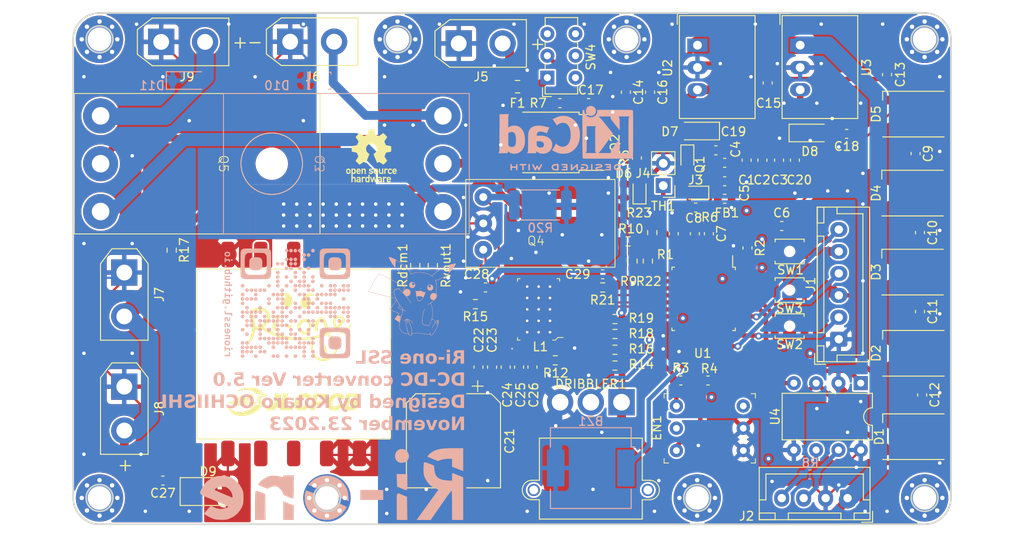
<source format=kicad_pcb>
(kicad_pcb (version 20221018) (generator pcbnew)
  (title_block (title "SSL_SubBoard") (date "2023-11-13") (company "Ri-one_SSL") (comment 1 "Designed by Kotaro Ochiishi"))
  (layers (0 "F.Cu" signal) (31 "B.Cu" signal) (34 "B.Paste" user) (35 "F.Paste" user) (36 "B.SilkS" user "B.Silkscreen") (37 "F.SilkS" user "F.Silkscreen") (38 "B.Mask" user) (39 "F.Mask" user) (44 "Edge.Cuts" user))
  (net 0 "")
  (net 1 "GND")
  (net 2 "Net-(U1-VDDA)")
  (net 3 "Net-(U1-NRST)")
  (net 4 "Net-(D7-A)")
  (net 5 "+5V")
  (net 6 "Net-(L1-FB)")
  (net 7 "DCDC_OUT")
  (net 8 "Net-(L1-UVLO1)")
  (net 9 "Net-(L1-OVLO1)")
  (net 10 "Net-(L1-UVLO2)")
  (net 11 "+15V")
  (net 12 "Net-(L1-OVLO2)")
  (net 13 "CANL")
  (net 14 "CANH")
  (net 15 "Net-(L1-RDCM)")
  (net 16 "CHARGE")
  (net 17 "Net-(L1-RVOUT)")
  (net 18 "Net-(L1-CSP)")
  (net 19 "Net-(L1-RVTRANS)")
  (net 20 "Net-(L1-RBG)")
  (net 21 "Net-(U1-PA1)")
  (net 22 "+3V3")
  (net 24 "STBY")
  (net 25 "NRST")
  (net 26 "TR_SIG")
  (net 27 "Net-(BZ1--)")
  (net 28 "KICK_SW")
  (net 29 "DR_SW")
  (net 30 "DONE")
  (net 31 "FAULT")
  (net 32 "DR_PWM")
  (net 33 "+BATT")
  (net 34 "ENCODER_A")
  (net 35 "ENCODER_B")
  (net 36 "CANRX")
  (net 37 "CANTX")
  (net 38 "SYS-SWDIO")
  (net 39 "SYS-SWCLK")
  (net 40 "SYS-SWO")
  (net 41 "DIN")
  (net 42 "DOUT")
  (net 43 "Net-(U1-BOOT0)")
  (net 48 "Net-(D2-DOUT)")
  (net 49 "Net-(D3-DOUT)")
  (net 50 "Net-(D4-DOUT)")
  (net 53 "tip")
  (net 54 "Net-(L1-HVGATE)")
  (net 57 "Net-(Q3-G)")
  (net 58 "STRAIGHT")
  (net 59 "Net-(Q2-S)")
  (net 60 "Net-(D8-A)")
  (net 61 "Vout")
  (net 62 "Net-(D10-A2)")
  (net 63 "Net-(D11-A2)")
  (net 64 "Net-(Q2-G)")
  (net 65 "Net-(Q5-G)")
  (net 66 "Net-(D1-DOUT)")
  (net 67 "Net-(D6-A)")
  (net 68 "Net-(J3-Pin_1)")
  (net 69 "Drain")
  (net 71 "Net-(SW4-B)")
  (net 73 "trans2")
  (net 74 "Cvtrans")
  (footprint "Capacitor_SMD:C_0603_1608Metric" (layer "F.Cu") (at 104.9987 47.9787)
    (fp_text reference "C5")
    (fp_text value "0.1uF")
  )
  (footprint "Connector_JST:JST_XH_B6B-XH-A_1x06_P2.50mm_Vertical" (layer "F.Cu") (at 117.9987 65.9787 90)
    (fp_text reference "J1")
    (fp_text value "pc to stm32")
  )
  (footprint "Capacitor_SMD:C_0603_1608Metric" (layer "F.Cu") (at 127.2487 53.8287 -90)
    (fp_text reference "C10")
    (fp_text value "0.1uF")
  )
  (footprint "Connector_AMASS:AMASS_XT30UPB-F_1x02_P5.0mm_Vertical" (layer "F.Cu") (at 36.5987 58.3787 -90)
    (fp_text reference "J7")
    (fp_text value "c1")
  )
  (footprint "Package_TO_SOT_SMD:TO-252-2" (layer "F.Cu") (at 85.0987 43.5587 180)
    (fp_text reference "Q2")
    (fp_text value "PMOS")
  )
  (footprint "Connector_AMASS:AMASS_MR30PW-M_1x03_P3.50mm_Horizontal" (layer "F.Cu") (at 93.2487 73.1537 180)
    (fp_text reference "DRIBBLER1")
    (fp_text value "MR30PW-M")
  )
  (footprint "LED_SMD:LED_Cree-PLCC4_5x5mm_CW" (layer "F.Cu") (at 126.4987 77.0787)
    (fp_text reference "D1")
    (fp_text value "ws2812b")
  )
  (footprint "MountingHole:MountingHole_2.7mm_Pad_Via" (layer "F.Cu") (at 127.7774 84.0574)
    (fp_text reference "REF**" hide)
    (fp_text value "MountingHole_2.7mm_Pad_Via")
  )
  (footprint "DCDC1_library:rioone2" (layer "F.Cu") (at 56.4987 64.5787)
    (fp_text reference "G***" hide)
    (fp_text value "LOGO" hide)
  )
  (footprint "Button_Switch_SMD:SW_SPST_B3U-1000P-B" (layer "F.Cu") (at 112.3987 55.9787 180)
    (fp_text reference "SW1")
    (fp_text value "SW_Push")
  )
  (footprint "Resistor_SMD:R_0603_1608Metric" (layer "F.Cu") (at 76.5987 61.9787 180)
    (fp_text reference "R15")
    (fp_text value "1.65")
  )
  (footprint "Symbol:OSHW-Logo_5.7x6mm_SilkScreen" (layer "F.Cu") (at 64.7487 45.0787)
    (fp_text reference "REF**" hide)
    (fp_text value "OSHW-Logo_5.7x6mm_SilkScreen" hide)
  )
  (footprint "Capacitor_SMD:C_0603_1608Metric" (layer "F.Cu") (at 93.7487 37.8287 -90)
    (fp_text reference "C14")
    (fp_text value "0.1uF")
  )
  (footprint "Capacitor_SMD:C_0603_1608Metric" (layer "F.Cu") (at 118.8987 42.5787 180)
    (fp_text reference "C18")
    (fp_text value "2.2u")
  )
  (footprint "Capacitor_SMD:C_0603_1608Metric" (layer "F.Cu") (at 109.2987 45.5787 90)
    (fp_text reference "C2")
    (fp_text value "0.1uF")
  )
  (footprint "Capacitor_SMD:C_0603_1608Metric" (layer "F.Cu") (at 127.4987 72.3287 -90)
    (fp_text reference "C12")
    (fp_text value "0.1uF")
  )
  (footprint "Capacitor_SMD:C_0603_1608Metric" (layer "F.Cu") (at 78.4987 69.1537 -90)
    (fp_text reference "C23")
    (fp_text value "2.2u")
  )
  (footprint "Connector_PinHeader_2.54mm:PinHeader_1x02_P2.54mm_Vertical" (layer "F.Cu") (at 97.9987 48.4787 180)
    (fp_text reference "TH1")
    (fp_text value "Thermistor")
  )
  (footprint "Button_Switch_SMD:SW_SPST_B3U-1000P-B" (layer "F.Cu") (at 112.3987 60.3787 180)
    (fp_text reference "SW3")
    (fp_text value "SW_Push")
  )
  (footprint "Capacitor_SMD:C_0603_1608Metric" (layer "F.Cu") (at 103.1987 53.9537 -90)
    (fp_text reference "C7")
    (fp_text value "0.1uF")
  )
  (footprint "Resistor_SMD:R_0603_1608Metric" (layer "F.Cu") (at 91.0987 60.0787 180)
    (fp_text reference "R21")
    (fp_text value "0.768k")
  )
  (footprint "DCDC1_library:tk20a60u" (layer "F.Cu") (at 83.4987 52.7787 -90)
    (fp_text reference "Q4")
    (fp_text value "Q_NMOS_DGS")
  )
  (footprint "digikey-footprints:TSSOP-20-1EP_W4.4mm" (layer "F.Cu") (at 83.7987 62.5787 90)
    (fp_text reference "L1")
    (fp_text value "~")
  )
  (footprint "Resistor_SMD:R_0603_1608Metric" (layer "F.Cu") (at 92.4987 68.9787 180)
    (fp_text reference "R14")
    (fp_text value "69.8k")
  )
  (footprint "DCDC1_library:32052" (layer "F.Cu") (at 55.8987 67.6587 90)
    (fp_text reference "U5" hide)
    (fp_text value "~")
  )
  (footprint "Capacitor_SMD:C_0603_1608Metric" (layer "F.Cu") (at 77.7487 60.0787 180)
    (fp_text reference "C28")
    (fp_text value "10n")
  )
  (footprint "Capacitor_SMD:C_0603_1608Metric" (layer "F.Cu") (at 99.1987 53.9537 90)
    (fp_text reference "R1")
    (fp_text value "5k")
  )
  (footprint "Resistor_SMD:R_0603_1608Metric" (layer "F.Cu") (at 41.9987 55.8287 -90)
    (fp_text reference "R17")
    (fp_text value "124")
  )
  (footprint "Diode_SMD:D_SOD-123" (layer "F.Cu") (at 114.6987 42.4787)
    (fp_text reference "D8")
    (fp_text value "SS2040FL")
  )
  (footprint "MountingHole:MountingHole_2.7mm_Pad_Via" (layer "F.Cu") (at 33.777372 31.807375)
    (fp_text reference "REF**" hide)
    (fp_text value "MountingHole_2.7mm_Pad_Via")
  )
  (footprint "Connector_AMASS:AMASS_XT30UPB-F_1x02_P5.0mm_Vertical" (layer "F.Cu") (at 36.5987 71.3787 -90)
    (fp_text reference "J8")
    (fp_text value "c2")
  )
  (footprint "Capacitor_SMD:C_0603_1608Metric" (layer "F.Cu") (at 89.4987 39.0787 180)
    (fp_text reference "C17")
    (fp_text value "0.1uF")
  )
  (footprint "Capacitor_SMD:C_0603_1608Metric" (layer "F.Cu") (at 127.2487 62.8287 -90)
    (fp_text reference "C11")
    (fp_text value "0.1uF")
  )
  (footprint "Button_Switch_SMD:SW_SPST_B3U-1000P-B" (layer "F.Cu") (at 112.3987 64.4787 180)
    (fp_text reference "SW2")
    (fp_text value "SW_Push")
  )
  (footprint "MountingHole:MountingHole_2.7mm_Pad_Via" (layer "F.Cu") (at 93.827372 31.807375)
    (fp_text reference "REF**" hide)
    (fp_text value "MountingHole_2.7mm_Pad_Via")
  )
  (footprint "Package_DIP:DIP-8_W7.62mm" (layer "F.Cu") (at 120.4987 70.9787 -90)
    (fp_text reference "U4")
    (fp_text value "MCP2562-E-P")
  )
  (footprint "Capacitor_SMD:C_0603_1608Metric" (layer "F.Cu") (at 111.4987 53.0787 180)
    (fp_text reference "C6")
    (fp_text value "0.1uF")
  )
  (footprint "Capacitor_SMD:C_0603_1608Metric" (layer "F.Cu") (at 109.8987 36.7787 -90)
    (fp_text reference "C15")
    (fp_text value "2.2u")
  )
  (footprint "Capacitor_SMD:C_0603_1608Metric" (layer "F.Cu") (at 103.9987 44.4537 180)
    (fp_text reference "C19")
    (fp_text value "0.1uF")
  )
  (footprint "Resistor_SMD:R_0603_1608Metric" (layer "F.Cu") (at 96.2487 57.0787 90)
    (fp_text reference "R22")
    (fp_text value "100")
  )
  (footprint "Resistor_SMD:R_0603_1608Metric" (layer "F.Cu") (at 92.4987 63.6787 180)
    (fp_text reference "R19")
    (fp_text value "475k")
  )
  (footprint "LED_SMD:LED_0603_1608Metric" (layer "F.Cu") (at 100.7487 45.3287 -90)
    (fp_text reference "Q1")
    (fp_text value "Q_Photo_NPN")
  )
  (footprint "MountingHole:MountingHole_2.7mm_Pad_Via" (layer "F.Cu") (at 127.777372 31.807375)
    (fp_text reference "REF**" hide)
    (fp_text value "MountingHole_2.7mm_Pad_Via")
  )
  (footprint "Capacitor_SMD:C_0603_1608Metric" (layer "F.Cu") (at 86.2237 39.0787 180)
    (fp_text reference "R7")
    (fp_text value "10k")
  )
  (footprint "Capacitor_SMD:C_0603_1608Metric" (layer "F.Cu") (at 99.9987 70.6787)
    (fp_text reference "R3")
    (fp_text value "5k")
  )
  (footprint "Capacitor_SMD:C_0603_1608Metric" (layer "F.Cu") (at 126.7487 44.8287 -90)
    (fp_text reference "C9")
    (fp_text value "0.1uF")
  )
  (footprint "MountingHole:MountingHole_2.7mm_Pad_Via" (layer "F.Cu") (at 59.690117 84.057372)
    (fp_text reference "REF**" hide)
    (fp_text value "MountingHole_2.7mm_Pad_Via")
  )
  (footprint "Capacitor_SMD:C_0603_1608Metric" (layer "F.Cu") (at 80.0487 69.1537 -90)
    (fp_text reference "C24")
    (fp_text value "2.2u")
  )
  (footprint "MountingHole:MountingHole_3.2mm_M3_ISO14580" (layer "F.Cu") (at 53.3987 45.9787)
    (fp_text reference "REF**" hide)
    (fp_text value "MountingHole_3.2mm_M3_ISO14580")
  )
  (footprint "Button_Switch_THT:SW_E-Switch_EG1271_SPDT" (layer "F.Cu") (at 84.7987 36.1787 90)
    (fp_text reference "SW4")
    (fp_text value "SW_SPST")
  )
  (footprint "LED_SMD:LED_Cree-PLCC4_5x5mm_CW" (layer "F.Cu") (at 126.4987 40.3287)
    (fp_text reference "D5")
    (fp_text value "ws2812b")
  )
  (footprint "LED_SMD:LED_0603_1608Metric" (layer "F.Cu") (at 95.2987 49.0787 90)
    (fp_text reference "J4")
    (fp_text value "LED")
  )
  (footprint "Capacitor_SMD:C_0603_1608Metric" (layer "F.Cu") (at 104.9987 45.8787)
    (fp_text reference "C4")
    (fp_text value "0.1uF")
  )
  (footprint "Converter_DCDC:Converter_DCDC_RECOM_R-78E-0.5_THT" (layer "F.Cu") (at 101.8987 32.4787 -90)
    (fp_text reference "U2")
    (fp_text value "M78AR05-1")
  )
  (footprint "Capacitor_SMD:C_0603_1608Metric" (layer "F.Cu") (at 81.5737 69.1537 -90)
    (fp_text reference "C25")
    (fp_text value "2.2u")
  )
  (footprint "MountingHole:MountingHole_2.7mm_Pad_Via" (layer "F.Cu") (at 33.7774 84.0573)
    (fp_text reference "REF**" hide)
    (fp_text value "MountingHole_2.7mm_Pad_Via")
  )
  (footprint "Capacitor_SMD:CP_Elec_10x10.5" (layer "F.Cu") (at 74.0987 77.5462 -90)
    (fp_text reference "C21")
    (fp_text value "680u")
  )
  (footprint "Connector_AMASS:AMASS_XT30UPB-F_1x02_P5.0mm_Vertical" (layer "F.Cu") (at 55.4987 32.0787)
    (fp_text reference "J6")
    (fp_text value "s1")
  )
  (footprint "Resistor_SMD:R_0603_1608Metric" (layer "F.Cu") (at 93.9987 54.8287)
    (fp_text reference "R10")
    (fp_text value "1k")
  )
  (footprint "LED_SMD:LED_Cree-PLCC4_5x5mm_CW" (layer "F.Cu") (at 126.3987 49.3287)
    (fp_text reference "D4")
    (fp_text value "ws2812b")
  )
  (footprint "Connector_AMASS:AMASS_XT30UPB-M_1x02_P5.0mm_Vertical" (layer "F.Cu") (at 74.6987 32.2787)
    (fp_text reference "J5")
    (fp_text value "lipo_3cell")
  )
  (footprint "Connector_AMASS:AMASS_XT30UPB-F_1x02_P5.0mm_Vertical" (layer "F.Cu") (at 40.7987 32.1037)
    (fp_text reference "J9")
    (fp_text value "s2")
  )
  (footprint "digikey-footprints:SOCKET_DIP-6_7.62mm_Conn" (layer "F.Cu") (at 99.4987 73.5787)
    (fp_text reference "EN1")
    (fp_text value "RotaryEncoder_Switch")
  )
  (footprint "Capacitor_SMD:C_0603_1608Metric" (layer "F.Cu") (at 91.0987 58.5787)
    (fp_text reference "C29")
    (fp_text value "10n")
  )
  (footprint "LED_SMD:LED_Cree-PLCC4_5x5mm_CW" (layer "F.Cu") (at 126.4987 67.5787)
    (fp_text reference "D2")
    (fp_text value "ws2812b")
  )
  (footprint "Capacitor_SMD:C_0603_1608Metric" (layer "F.Cu") (at 93.4987 49.0787 90)
    (fp_text reference "D6")
    (fp_text value "LED")
  )
  (footprint "Capacitor_SMD:C_0603_1608Metric" (layer "F.Cu") (at 123.4987 35.8287 90)
    (fp_text reference "C13")
    (fp_text value "0.1uF")
  )
  (footprint "Capacitor_SMD:C_0603_1608Metric" (layer "F.Cu") (at 96.4987 37.8287 -90)
    (fp_text reference "C16")
    (fp_text value "0.1uF")
  )
  (footprint "Diode_SMD:D_SOD-123" (layer "F.Cu") (at 102.0487 42.2537 180)
    (fp_text reference "D7")
    (fp_text value "SS2040FL")
  )
  (footprint "Resistor_SMD:R_0603_1608Metric" (layer "F.Cu") (at 71.7487 57.5787 90)
    (fp_text reference "Rvout1")
    (fp_text value "40.2k")
  )
  (footprint "DCDC1_library:jlc4" (layer "F.Cu") (at 55.8987 73.0787)
    (fp_text reference "G***" hide)
    (fp_text value "LOGO" hide)
  )
  (footprint "Resistor_SMD:R_0603_1608Metric" (layer "F.Cu") (at 85.6987 68.3787)
    (fp_text reference "R12")
    (fp_text value "40.2k")
  )
  (footprint "Resistor_SMD:R_0603_1608Metric" (layer "F.Cu") (at 92.4987 67.1787 180)
    (fp_text reference "R16")
    (fp_text value "475k")
  )
  (footprint "Connector_JST:JST_XH_B4B-XH-A_1x04_P2.50mm_Vertical" (layer "F.Cu") (at 118.9987 84.0787 180)
    (fp_text reference "J2")
    (fp_text value "main to sub")
  )
  (footprint "Capacitor_SMD:C_0603_1608Metric" (layer "F.Cu") (at 40.9987 82.0787 180)
    (fp_text reference "C27")
    (fp_text value "0.47u")
  )
  (footprint "MountingHole:MountingHole_2.7mm_Pad_Via" (layer "F.Cu") (at 67.727372 31.807375)
    (fp_text reference "REF**" hide)
    (fp_text value "MountingHole_2.7mm_Pad_Via")
  )
  (footprint "Capacitor_SMD:C_0603_1608Metric" (layer "F.Cu") (at 107.4987 45.5787 90)
    (fp_text reference "C1")
    (fp_text value "0.1uF")
  )
  (footprint "Capacitor_SMD:C_0603_1608Metric" (layer "F.Cu") (at 111.1987 45.5787 90)
    (fp_text reference "C3")
    (fp_text value "0.1uF")
  )
  (footprint "Resistor_SMD:R_0603_1608Metric" (layer "F.Cu") (at 92.4987 65.3787 180)
    (fp_text reference "R18")
    (fp_text value "69.8k")
  )
  (footprint "Capacitor_SMD:C_0603_1608Metric" (layer "F.Cu") (at 101.6987 50.9787)
    (fp_text reference "R6")
    (fp_text value "20k")
  )
  (footprint "Resistor_SMD:R_0603_1608Metric" (layer "F.Cu") (at 69.7487 57.5787 90)
    (fp_text reference "Rdcm1")
    (fp_text value "18.2k")
  )
  (footprint "Capacitor_SMD:C_0603_1608Metric" (layer "F.Cu") (at 101.5987 53.9537 -90)
    (fp_text reference "C8")
    (fp_text value "0.1uF")
  )
  (footprint "digikey-footprints:IRFP150NPbF" (layer "F.Cu") (at 33.8987 45.9787 -90)
    (fp_text reference "Q5")
    (fp_text value "NMOS")
  )
  (footprint "Converter_DCDC:Converter_DCDC_RECOM_R-78E-0.5_THT" (layer "F.Cu") (at 113.5987 32.4787 -90)
    (fp_text reference "U3")
    (fp_text value "M78AR033-1")
  )
  (footprint "Capacitor_SMD:C_0603_1608Metric" (layer "F.Cu") (at 112.9987 45.5787 90)
    (fp_text reference "C20")
    (fp_text value "0.1uF")
  )
  (footprint "Resistor_SMD:R_0603_1608Metric" (layer "F.Cu") (at 94.4987 57.0787 90)
    (fp_text reference "R9")
    (fp_text value "100")
  )
  (footprint "LED_SMD:LED_Cree-PLCC4_5x5mm_CW" (layer "F.Cu") (at 126.3987 58.3287)
    (fp_text reference "D3")
    (fp_text value "ws2812b")
  )
  (footprint "Capacitor_SMD:C_0603_1608Metric" (layer "F.Cu") (at 76.9487 69.1537 -90)
    (fp_text reference "C22")
    (fp_text value "2.2u")
  )
  (footprint "Inductor_SMD:L_0603_1608Metric" (layer "F.Cu") (at 104.9987 49.9787 180)
    (fp_text reference "FB1")
    (fp_text value "FerriteBead_Small")
  )
  (footprint "Capacitor_SMD:C_0603_1608Metric" (layer "F.Cu") (at 94.9987 45.3287 90)
    (fp_text reference "R5")
    (fp_text value "470")
  )
  (footprint "Capacitor_SMD:C_0603_1608Metric" (layer "F.Cu") (at 107.5987 55.5787 -90)
    (fp_text reference "R2")
    (fp_text value "10k")
  )
  (footprint "Capacitor_SMD:C_0603_1608Metric" (layer "F.Cu") (at 103.0987 70.6787 180)
    (fp_text reference "R4")
    (fp_text value "5k")
  )
  (footprint "Package_QFP:LQFP-32_7x7mm_P0.8mm" (layer "F.Cu") (at 102.5987 61.3787 -90)
    (fp_text reference "U1")
    (fp_text value "STM32F303K8Tx")
  )
  (footprint "MountingHole:MountingHole_2.7mm_Pad_Via" (layer "F.Cu") (at 101.864627 84.057372)
    (fp_text reference "REF**" hide)
    (fp_text value "MountingHole_2.7mm_Pad_Via")
  )
  (footprint "Resistor_SMD:R_0603_1608Metric" (layer "F.Cu") (at 96.7487 53.8287 -90)
    (fp_text reference "R23")
    (fp_text value "1k")
  )
  (footprint "LED_SMD:LED_0603_1608Metric" (layer "F.Cu") (at 101.6987 49.2787 180)
    (fp_text reference "J3")
    (fp_text value "PHOTOCOUPLER")
  )
  (footprint "Capacitor_SMD:C_0603_1608Metric" (layer "F.Cu") (at 83.0987 69.1537 -90)
    (fp_text reference "C26")
    (fp_text value "2.2u")
  )
  (footprint "Fuse:Fuse_0805_2012Metric" (layer "F.Cu") (at 81.3987 37.2037)
    (fp_text reference "F1")
    (fp_text value "Fuse")
  )
  (footprint "Diode_SMD:D_2010_5025Metric" (layer "F.Cu") (at 46.1487 83.3287)
    (fp_text reference "D9")
    (fp_text value "1.5KExxA")
  )
  (footprint "digikey-footprints:SOD-123" (layer "B.Cu") (at 58.8237 36.5287)
    (fp_text reference "D10")
    (fp_text value "1.5KExxA")
  )
  (footprint "digikey-footprints:IRFP150NPbF" (layer "B.Cu") (at 72.8987 45.9787 -90)
    (fp_text reference "Q3")
    (fp_text value "NMOS")
  )
  (footprint "Diode_SMD:D_SOD-123" (layer "B.Cu") (at 43.7487 36.5037)
    (fp_text reference "D11")
    (fp_text value "1.5KExxA")
  )
  (footprint "Buzzer_Beeper:Buzzer_CUI_CPT-9019S-SMT" (layer "B.Cu") (at 89.7487 80.6537 180)
    (fp_text reference "BZ1")
    (fp_text value "Buzzer")
  )
  (footprint "DCDC1_library:rione1" (layer "B.Cu") (at 60.1987 82.4787 180)
    (fp_text reference "G***" hide)
    (fp_text value "LOGO" hide)
  )
  (footprint "DCDC1_library:ピカ" (layer "B.Cu") (at 69.3987 61.0787 180)
    (fp_text reference "G***" hide)
    (fp_text value "LOGO" hide)
  )
  (footprint "Resistor_SMD:R_2512_6332Metric" (layer "B.Cu") (at 83.9987 50.6787)
    (fp_text reference "R20")
    (fp_text value "6m")
  )
  (footprint "DCDC1_library:qr1" (layer "B.Cu") (at 56.0987 61.8787 180)
    (fp_text reference "G***" hide)
    (fp_text value "LOGO" hide)
  )
  (footprint "Symbol:KiCad-Logo2_6mm_SilkScreen" (layer "B.Cu") (at 86.8987 42.3787 180)
    (fp_text reference "REF**" hide)
    (fp_text value "KiCad-Logo2_6mm_SilkScreen" hide)
  )
  (footprint "Capacitor_SMD:C_0603_1608Metric" (layer "B.Cu") (at 114.6987 81.3787)
    (fp_text reference "R8")
    (fp_text value "120")
  )
  (gr_circle (center 80.777372 67.057375) (end 80.877372 67.057375) (stroke (width 0.0001)) (fill solid) (layer "Edge.Cuts"))
  (gr_circle (center 67.727372 31.807375) (end 69.252372 31.807375) (stroke (width 0.2)) (fill none) (layer "Edge.Cuts"))
  (gr_line (start 127.777372 28.807375) (end 80.777372 28.807375) (stroke (width 0.2)) (layer "Edge.Cuts"))
  (gr_arc (start 130.777372 84.057372) (mid 129.898701 86.178701) (end 127.777372 87.057372) (stroke (width 0.2)) (layer "Edge.Cuts"))
  (gr_arc (start 30.777372 31.807375) (mid 31.656059 29.686061) (end 33.777372 28.807375) (stroke (width 0.2)) (layer "Edge.Cuts"))
  (gr_circle (center 127.777372 31.807375) (end 129.302372 31.807375) (stroke (width 0.2)) (fill none) (layer "Edge.Cuts"))
  (gr_circle (center 33.777372 31.807375) (end 35.302372 31.807375) (stroke (width 0.2)) (fill none) (layer "Edge.Cuts"))
  (gr_arc (start 33.777372 87.057372) (mid 31.656044 86.178687) (end 30.777372 84.057372) (stroke (width 0.2)) (layer "Edge.Cuts"))
  (gr_line (start 33.777372 87.057372) (end 80.777372 87.057372) (stroke (width 0.2)) (layer "Edge.Cuts"))
  (gr_circle (center 33.777372 84.057372) (end 35.302372 84.057372) (stroke (width 0.2)) (fill none) (layer "Edge.Cuts"))
  (gr_line (start 33.777372 28.807375) (end 80.777372 28.807375) (stroke (width 0.2)) (layer "Edge.Cuts"))
  (gr_circle (center 59.690117 84.057372) (end 61.215117 84.057372) (stroke (width 0.2)) (fill none) (layer "Edge.Cuts"))
  (gr_line (start 127.777372 87.057372) (end 80.777372 87.057372) (stroke (width 0.2)) (layer "Edge.Cuts"))
  (gr_circle (center 101.864627 84.057372) (end 103.389627 84.057372) (stroke (width 0.2)) (fill none) (layer "Edge.Cuts"))
  (gr_circle (center 127.777372 84.057372) (end 129.302372 84.057372) (stroke (width 0.2)) (fill none) (layer "Edge.Cuts"))
  (gr_circle (center 93.827372 31.807375) (end 95.352372 31.807375) (stroke (width 0.2)) (fill none) (layer "Edge.Cuts"))
  (gr_arc (start 127.777372 28.807375) (mid 129.898719 29.686043) (end 130.777372 31.807375) (stroke (width 0.2)) (layer "Edge.Cuts"))
  (gr_line (start 130.777372 31.807375) (end 130.777372 84.057372) (stroke (width 0.2)) (layer "Edge.Cuts"))
  (gr_line (start 30.777372 31.807375) (end 30.777372 84.057372) (stroke (width 0.2)) (layer "Edge.Cuts"))
  (gr_text "rionessl.github.io" (at 47.8987 68.0787 -90) (layer "B.SilkS") (effects (font (size 0.8 0.8) (thickness 0.2) bold) (justify left bottom mirror)))
  (gr_text "Ri-one SSL\nDC-DC converter Ver 5.0\nDesigned by Kotaro OCHIISHI\nNovember 23.2023" (at 75.4987 76.5787) (layer "B.SilkS") (effects (font (size 1.5 1.5)) (justify left bottom mirror)))
  (segment (start 75.7737 61.2787) (end 76.9737 60.0787) (width 0.25) (layer "F.Cu") (net 1))
  (segment (start 123.4987 35.0537) (end 116.4737 35.0537) (width 0.5) (layer "F.Cu") (net 1))
  (segment (start 119.5987 73.0787) (end 117.9587 71.4387) (width 1) (layer "F.Cu") (net 1))
  (segment (start 117.9587 71.4387) (end 117.9587 70.9787) (width 1) (layer "F.Cu") (net 1))
  (segment (start 114.5987 82.1787) (end 110.3987 82.1787) (width 0.25) (layer "F.Cu") (net 1))
  (segment (start 127.2737 45.6037) (end 126.7487 45.6037) (width 0.25) (layer "F.Cu") (net 1))
  (segment (start 80.9987 57.0787) (end 80.6987 56.7787) (width 0.25) (layer "F.Cu") (net 1))
  (segment (start 128.9987 38.7287) (end 130.1237 39.8537) (width 0.25) (layer "F.Cu") (net 1))
  (segment (start 102.3387 34.5787) (end 101.8987 35.0187) (width 0.5) (layer "F.Cu") (net 1))
  (segment (start 113.5987 35.0187) (end 111.4387 35.0187) (width 0.5) (layer "F.Cu") (net 1))
  (segment (start 117.2487 40.8287) (end 115.4987 39.0787) (width 0.25) (layer "F.Cu") (net 1))
  (segment (start 102.4737 50.9787) (end 103.4487 50.0037) (width 0.25) (layer "F.Cu") (net 1))
  (segment (start 104.2237 45.8787) (end 104.2237 45.0037) (width 0.5) (layer "F.Cu") (net 1))
  (segment (start 103.4487 48.7537) (end 104.2237 47.9787) (width 0.25) (layer "F.Cu") (net 1))
  (segment (start 116.4987 84.0787) (end 114.5987 82.1787) (width 0.25) (layer "F.Cu") (net 1))
  (segment (start 113.4987 41.2787) (end 114.7487 42.5287) (width 0.5) (layer "F.Cu") (net 1))
  (segment (start 86.5987 60.3037) (end 85.4237 60.3037) (width 0.25) (layer "F.Cu") (net 1))
  (segment (start 104.2237 47.9787) (end 104.2237 45.8787) (width 0.5) (layer "F.Cu") (net 1))
  (segment (start 105.813649 44.4537) (end 108.988649 41.2787) (width 0.5) (layer "F.Cu") (net 1))
  (segment (start 106.7737 55.6287) (end 106.7737 58.5787) (width 0.25) (layer "F.Cu") (net 1))
  (segment (start 104.4987 34.5787) (end 102.3387 34.5787) (width 0.5) (layer "F.Cu") (net 1))
  (segment (start 117.9237 40.8287) (end 117.2487 40.8287) (width 0.25) (layer "F.Cu") (net 1))
  (segment (start 103.4487 50.0037) (end 103.4487 48.7537) (width 0.25) (layer "F.Cu") (net 1))
  (segment (start 110.9987 34.5787) (end 104.4987 34.5787) (width 0.5) (layer "F.Cu") (net 1))
  (segment (start 99.6487 64.1787) (end 98.4237 64.1787) (width 0.25) (layer "F.Cu") (net 1))
  (segment (start 107.5987 54.8037) (end 106.7737 55.6287) (width 0.25) (layer "F.Cu") (net 1))
  (segment (start 96.6987 47.2387) (end 96.6987 48.4662) (width 0.5) (layer "F.Cu") (net 1))
  (segment (start 104.7737 44.4537) (end 105.813649 44.4537) (width 0.5) (layer "F.Cu") (net 1))
  (segment (start 74.8987 59.2787) (end 75.1987 58.9787) (width 0.25) (layer "F.Cu") (net 1))
  (segment (start 100.2487 63.5787) (end 99.6487 64.1787) (width 0.25) (layer "F.Cu") (net 1))
  (segment (start 108.988649 41.2787) (end 113.4987 41.2787) (width 0.5) (layer "F.Cu") (net 1))
  (segment (start 126.7487 45.6037) (end 126.7737 45.6037) (width 0.25) (layer "F.Cu") (net 1))
  (segment (start 111.4387 35.0187) (end 110.9987 34.5787) (width 0.5) (layer "F.Cu") (net 1))
  (segment (start 119.6737 42.5787) (end 117.9237 40.8287) (width 0.25) (layer "F.Cu") (net 1))
  (segment (start 75.7737 61.4537) (end 74.8987 60.5787) (width 0.25) (layer "F.Cu") (net 1))
  (segment (start 120.4987 41.7537) (end 120.4987 39.0787) (width 0.25) (layer "F.Cu") (net 1))
  (segment (start 74.8987 60.5787) (end 74.8987 59.2787) (width 0.25) (layer "F.Cu") (net 1))
  (segment (start 76.9737 60.0787) (end 76.5987 60.0787) (width 0.25) (layer "F.Cu") (net 1))
  (segment (start 96.7487 51.3162) (end 95.2987 49.8662) (width 1) (layer "F.Cu") (net 1))
  (segment (start 98.4237 64.1787) (end 98.4237 65.1537) (width 0.25) (layer "F.Cu") (net 1))
  (segment (start 97.9987 45.9387) (end 96.6987 47.2387) (width 0.5) (layer "F.Cu") (net 1))
  (segment (start 106.7737 58.5787) (end 105.2487 58.5787) (width 0.25) (layer "F.Cu") (net 1))
  (segment (start 130.1237 39.8537) (end 130.1237 42.7537) (width 0.25) (layer "F.Cu") (net 1))
  (segment (start 114.0987 60.3787) (end 117.3987 60.3787) (width 1) (layer "F.Cu") (net 1))
  (segment (start 130.1237 42.7537) (end 127.2737 45.6037) (width 0.25) (layer "F.Cu") (net 1))
  (segment (start 119.6737 42.5787) (end 120.4987 41.7537) (width 0.25) (layer "F.Cu") (net 1))
  (segment (start 116.4987 84.0787) (end 117.9987 82.5787) (width 0.25) (layer "F.Cu") (net 1))
  (segment (start 116.4987 82.5987) (end 120.4987 78.5987) (width 0.25) (layer "F.Cu") (net 1))
  (segment (start 96.6987 48.4662) (end 95.2987 49.8662) (width 0.5) (layer "F.Cu") (net 1))
  (segment (start 117.3987 60.3787) (end 117.9987 60.9787) (width 1) (layer "F.Cu") (net 1))
  (segment (start 80.9987 59.6537) (end 80.9987 57.0787) (width 0.25) (layer "F.Cu") (net 1))
  (segment (start 104.2237 45.0037) (end 104.7737 44.4537) (width 0.5) (layer "F.Cu") (net 1))
  (segment (start 75.7737 61.9787) (end 75.7737 61.4537) (width 0.25) (layer "F.Cu") (net 1))
  (segment (start 115.4987 39.0787) (end 120.4987 39.0787) (width 0.25) (layer "F.Cu") (net 1))
  (segment (start 120.4987 73.0787) (end 119.5987 73.0787) (width 1) (layer "F.Cu") (net 1))
  (segment (start 105.2487 58.5787) (end 104.7487 59.0787) (width 0.25) (layer "F.Cu") (net 1))
  (segment (start 85.4237 60.3037) (end 85.0987 59.9787) (width 0.25) (layer "F.Cu") (net 1))
  (segment (start 98.4237 65.1537) (end 97.9987 65.5787) (width 0.25) (layer "F.Cu") (net 1))
  (segment (start 114.7487 42.5287) (end 114.7487 43.3287) (width 0.5) (layer "F.Cu") (net 1))
  (segment (start 76.5987 60.0787) (end 75.4987 58.9787) (width 0.25) (layer "F.Cu") (net 1))
  (segment (start 75.7737 61.9787) (end 75.7737 61.2787) (width 0.25) (layer "F.Cu") (net 1))
  (segment (start 126.7737 45.6037) (end 128.8987 47.7287) (width 0.25) (layer "F.Cu") (net 1))
  (segment (start 96.7487 53.0037) (end 96.7487 51.3162) (width 1) (layer "F.Cu") (net 1))
  (segment (start 116.4737 35.0537) (end 115.9987 34.5787) (width 0.5) (layer "F.Cu") (net 1))
  (segment (start 116.4987 84.0787) (end 116.4987 82.5987) (width 0.25) (layer "F.Cu") (net 1))
  (segment (start 75.1987 58.9787) (end 75.4987 58.9787) (width 0.25) (layer "F.Cu") (net 1))
  (via (at 72.4987 30.0787) (size 0.8) (drill 0.4) (layers "F.Cu" "B.Cu") (net 1))
  (via (at 115.4987 73.8787) (size 0.8) (drill 0.4) (layers "F.Cu" "B.Cu") (net 1))
  (via (at 92.2487 38.3287) (size 0.8) (drill 0.4) (layers "F.Cu" "B.Cu") (net 1))
  (via (at 103.4987 72.5787) (size 0.8) (drill 0.4) (layers "F.Cu" "B.Cu") (net 1))
  (via (at 117.2487 40.8287) (size 0.8) (drill 0.4) (layers "F.Cu" "B.Cu") (net 1))
  (via (at 129.4987 53.5787) (size 0.8) (drill 0.4) (layers "F.Cu" "B.Cu") (net 1))
  (via (at 70.9987 83.0787) (size 0.8) (drill 0.4) (layers "F.Cu" "B.Cu") (net 1))
  (via (at 83.4987 56.0787) (size 0.8) (drill 0.4) (layers "F.Cu" "B.Cu") (net 1))
  (via (at 107.4987 48.0787) (size 0.8) (drill 0.4) (layers "F.Cu" "B.Cu") (net 1))
  (via (at 97.4987 82.0787) (size 0.8) (drill 0.4) (layers "F.Cu" "B.Cu") (net 1))
  (via (at 78.7487 34.8287) (size 0.8) (drill 0.4) (layers "F.Cu" "B.Cu") (net 1))
  (via (at 122.9987 30.0787) (size 0.8) (drill 0.4) (layers "F.Cu" "B.Cu") (net 1))
  (via (at 83.2487 47.5787) (size 0.8) (drill 0.4) (layers "F.Cu" "B.Cu") (net 1))
  (via (at 108.4987 30.0787) (size 0.8) (drill 0.4) (layers "F.Cu" "B.Cu") (net 1))
  (via (at 85.7487 75.8287) (size 0.8) (drill 0.4) (layers "F.Cu" "B.Cu") (net 1))
  (via (at 79.7487 39.3287) (size 0.8) (drill 0.4) (layers "F.Cu" "B.Cu") (net 1))
  (via (at 82.4987 35.3287) (size 0.8) (drill 0.4) (layers "F.Cu" "B.Cu") (net 1))
  (via (at 87.8987 66.9787) (size 0.8) (drill 0.4) (layers "F.Cu" "B.Cu") (net 1))
  (via (at 111.7487 39.0787) (size 0.8) (drill 0.4) (layers "F.Cu" "B.Cu") (net 1))
  (via (at 115.4987 39.0787) (size 0.8) (drill 0.4) (layers "F.Cu" "B.Cu") (net 1))
  (via (at 129.4987 63.0787) (size 0.8) (drill 0.4) (layers "F.Cu" "B.Cu") (net 1))
  (via (at 89.4987 57.0787) (size 0.8) (drill 0.4) (layers "F.Cu" "B.Cu") (net 1))
  (via (at 110.9987 34.5787) (size 0.8) (drill 0.4) (layers "F.Cu" "B.Cu") (net 1))
  (via (at 98.9987 30.0787) (size 0.8) (drill 0.4) (layers "F.Cu" "B.Cu") (net 1))
  (via (at 114.7487 67.5787) (size 0.8) (drill 0.4) (layers "F.Cu" "B.Cu") (net 1))
  (via (at 120.7487 47.0787) (size 0.8) (drill 0.4) (layers "F.Cu" "B.Cu") (net 1))
  (via (at 69.4987 41.5787) (size 0.8) (drill 0.4) (layers "F.Cu" "B.Cu") (net 1))
  (via (at 104.4987 34.5787) (size 0.8) (drill 0.4) (layers "F.Cu" "B.Cu") (net 1))
  (via (at 118.9987 76.5787) (size 0.8) (drill 0.4) (layers "F.Cu" "B.Cu") (net 1))
  (via (at 75.4987 58.9787) (size 0.8) (drill 0.4) (layers "F.Cu" "B.Cu") (net 1))
  (via (at 100.2487 63.5787) (size 0.8) (drill 0.4) (layers "F.Cu" "B.Cu") (net 1))
  (via (at 84.9987 49.3287) (size 0.8) (drill 0.4) (layers "F.Cu" "B.Cu") (net 1))
  (via (at 91.7487 49.3287) (size 0.8) (drill 0.4) (layers "F.Cu" "B.Cu") (net 1))
  (via (at 77.9987 82.0787) (size 0.8) (drill 0.4) (layers "F.Cu" "B.Cu") (net 1))
  (via (at 66.4987 83.0787) (size 0.8) (drill 0.4) (layers "F.Cu" "B.Cu") (net 1))
  (via (at 104.7487 59.0787) (size 0.8) (drill 0.4) (layers "F.Cu" "B.Cu") (net 1))
  (via (at 117.9987 82.5787) (size 0.8) (drill 0.4) (layers "F.Cu" "B.Cu") (net 1))
  (via (at 94.4987 59.5787) (size 0.8) (drill 0.4) (layers "F.Cu" "B.Cu") (net 1))
  (via (at 118.9987 49.0787) (size 0.8) (drill 0.4) (layers "F.Cu" "B.Cu") (net 1))
  (via (at 96.4987 51.5787) (size 0.8) (drill 0.4) (layers "F.Cu" "B.Cu") (net 1))
  (via (at 79.4987 43.8287) (size 0.8) (drill 0.4) (layers "F.Cu" "B.Cu") (net 1))
  (via (at 115.9987 30.0787) (size 0.8) (drill 0.4) (layers "F.Cu" "B.Cu") (net 1))
  (via (at 120.9987 85.5787) (size 0.8) (drill 0.4) (layers "F.Cu" "B.Cu") (net 1))
  (via (at 109.9987 79.5787) (size 0.8) (drill 0.4) (layers "F.Cu" "B.Cu") (net 1))
  (via (at 107.9987 36.0787) (size 0.8) (drill 0.4) (layers "F.Cu" "B.Cu") (net 1))
  (via (at 120.7487 67.5787) (size 0.8) (drill 0.4) (layers "F.Cu" "B.Cu") (net 1))
  (via (at 109.2487 57.8287) (size 0.8) (drill 0.4) (layers "F.Cu" "B.Cu") (net 1))
  (via (at 91.9987 35.5787) (size 0.8) (drill 0.4) (layers "F.Cu" "B.Cu") (net 1))
  (via (at 66.2487 41.5787) (size 0.8) (drill 0.4) (layers "F.Cu" "B.Cu") (net 1))
  (via (at 129.4987 36.0787) (size 0.8) (drill 0.4) (layers "F.Cu" "B.Cu") (net 1))
  (via (at 77.9987 72.0787) (size 0.8) (drill 0.4) (layers "F.Cu" "B.Cu") (net 1))
  (via (at 111.2487 43.0787) (size 0.8) (drill 0.4) (layers "F.Cu" "B.Cu") (net 1))
  (via (at 96.9987 85.5787) (size 0.8) (drill 0.4) (layers "F.Cu" "B.Cu") (net 1))
  (via (at 120.4987 39.0787) (size 0.8) (drill 0.4) (layers "F.Cu" "B.Cu") (net 1))
  (via (at 80.9987 30.0787) (size 0.8) (drill 0.4) (layers "F.Cu" "B.Cu") (net 1))
  (via (at 89.9987 83.0787) (size 0.8) (drill 0.4) (layers "F.Cu" "B.Cu") (net 1))
  (via (at 107.4987 51.3287) (size 0.8) (drill 0.4) (layers "F.Cu" "B.Cu") (net 1))
  (via (at 90.9987 76.5787) (size 0.8) (drill 0.4) (layers "F.Cu" "B.Cu") (net 1))
  (via (at 115.9987 34.5787) (size 0.8) (drill 0.4) (layers "F.Cu" "B.Cu") (net 1))
  (via (at 111.7487 66.8287) (size 0.8) (drill 0.4) (layers "F.Cu" "B.Cu") (net 1))
  (via (at 97.9987 65.5787) (size 0.8) (drill 0.4) (layers "F.Cu" "B.Cu") (net 1))
  (via (at 66.2487 36.0787) (size 0.8) (drill 0.4) (layers "F.Cu" "B.Cu") (net 1))
  (via (at 84.9987 70.0787) (size 0.8) (drill 0.4) (layers "F.Cu" "B.Cu") (net 1))
  (via (at 86.4987 54.0787) (size 0.8) (drill 0.4) (layers "F.Cu" "B.Cu") (net 1))
  (via (at 129.4987 80.0787) (size 0.8) (drill 0.4) (layers "F.Cu" "B.Cu") (net 1))
  (via (at 88.9987 30.0787) (size 0.8) (drill 0.4) (layers "F.Cu" "B.Cu") (net 1))
  (via (at 74.8987 60.5787) (size 0.8) (drill 0.4) (layers "F.Cu" "B.Cu") (net 1))
  (via (at 114.7487 43.3287) (size 0.8) (drill 0.4) (layers "F.Cu" "B.Cu") (net 1))
  (via (at 120.7487 59.3287) (size 0.8) (drill 0.4) (layers "F.Cu" "B.Cu") (net 1))
  (via (at 120.4987 73.0787) (size 0.8) (drill 0.4) (layers "F.Cu" "B.Cu") (net 1))
  (via (at 112.9987 49.3287) (size 0.8) (drill 0.4) (layers "F.Cu" "B.Cu") (net 1))
  (via (at 90.9987 54.0787) (size 0.8) (drill 0.4) (layers "F.Cu" "B.Cu") (net 1))
  (via (at 75.4987 41.5787) (size 0.8) (drill 0.4) (layers "F.Cu" "B.Cu") (net 1))
  (via (at 97.9987 67.0787) (size 0.8) (drill 0.4) (layers "F.Cu" "B.Cu") (net 1))
  (via (at 66.4987 85.8287) (size 0.8) (drill 0.4) (layers "F.Cu" "B.Cu") (net 1))
  (via (at 91.7487 47.5787) (size 0.8) (drill 0.4) (layers "F.Cu" "B.Cu") (net 1))
  (via (at 109.2487 54.5787) (size 0.8) (drill 0.4) (layers "F.Cu" "B.Cu") (net 1))
  (via (at 73.4987 58.9787) (size 0.8) (drill 0.4) (layers "F.Cu" "B.Cu") (net 1))
  (via (at 89.4987 70.0787) (size 0.8) (drill 0.4) (layers "F.Cu" "B.Cu") (net 1))
  (via (at 80.6987 56.7787) (size 0.8) (drill 0.4) (layers "F.Cu" "B.Cu") (net 1))
  (via (at 110.3987 82.1787) (size 0.8) (drill 0.4) (layers "F.Cu" "B.Cu") (net 1))
  (via (at 119.9987 80.5787) (size 0.8) (drill 0.4) (layers "F.Cu" "B.Cu") (net 1))
  (via (at 81.4987 53.5787) (size 0.8) (drill 0.4) (layers "F.Cu" "B.Cu") (net 1))
  (via (at 87.9987 41.5787) (size 0.8) (drill 0.4) (layers "F.Cu" "B.Cu") (net 1))
  (via (at 89.2487 43.0787) (size 0.8) (drill 0.4) (layers "F.Cu" "B.Cu") (net 1))
  (via (at 129.4987 44.5787) (size 0.8) (drill 0.4) (layers "F.Cu" "B.Cu") (net 1))
  (via (at 120.7487 50.5787) (size 0.8) (drill 0.4) (layers "F.Cu" "B.Cu") (net 1))
  (via (at 101.9987 78.0787) (size 0.8) (drill 0.4) (layers "F.Cu" "B.Cu") (net 1))
  (via (at 123.4987 85.5787) (size 0.8) (drill 0.4) (layers "F.Cu" "B.Cu") (net 1))
  (via (at 92.2487 40.0787) (size 0.8) (drill 0.4) (layers "F.Cu" "B.Cu") (net 1))
  (via (at 82.4987 85.5787) (size 0.8) (drill 0.4) (layers "F.Cu" "B.Cu") (net 1))
  (via (at 129.4987 72.0787) (size 0.8) (drill 0.4) (layers "F.Cu" "B.Cu") (net 1))
  (via (at 117.9987 44.0787) (size 0.8) (drill 0.4) (layers "F.Cu" "B.Cu") (net 1))
  (via (at 116.7487 49.0787) (size 0.8) (drill 0.4) (layers "F.Cu" "B.Cu") (net 1))
  (via (at 97.4987 35.5787) (size 0.8) (drill 0.4) (layers "F.Cu" "B.Cu") (net 1))
  (segment (start 72.8987 51.1287) (end 68.4987 46.7287) (width 1.5) (layer "B.Cu") (net 1))
  (segment (start 81.4987 54.182864) (end 81.4987 53.5787) (width 1) (layer "B.Cu") (net 1))
  (segment (start 68.4987 46.7287) (end 68.4987 46.3287) (width 1.5) (layer "B.Cu") (net 1))
  (segment (start 68.4987 46.3287) (end 65.9987 46.3287) (width 1.5) (layer "B.Cu") (net 1))
  (segment (start 43.3487 43.2287) (end 35.1487 51.4287) (width 1.5) (layer "B.Cu") (net 1))
  (segment (start 81.377372 68.282372) (end 81.377372 63.800264) (width 1) (layer "B.Cu") (net 1))
  (segment (start 86.2487 73.1537) (end 81.377372 68.282372) (width 1) (layer "B.Cu") (net 1))
  (segment (start 75.4987 58.9787) (end 76.702864 58.9787) (width 1) (layer "B.Cu") (net 1))
  (segment (start 85.7487 75.8287) (end 85.7487 73.6537) (width 1.5) (layer "B.Cu") (net 1))
  (segment (start 72.8987 51.4287) (end 72.8987 51.1287) (width 1.5) (layer "B.Cu") (net 1))
  (segment (start 85.7487 73.6537) (end 86.2487 73.1537) (width 0.25) (layer "B.Cu") (net 1))
  (segment (start 85.7487 75.8287) (end 85.7487 80.6537) (width 1.5) (layer "B.Cu") (net 1))
  (segment (start 65.9987 46.3287) (end 62.8987 43.2287) (width 1.5) (layer "B.Cu") (net 1))
  (segment (start 81.377372 63.800264) (end 78.155808 60.5787) (width 1) (layer "B.Cu") (net 1))
  (segment (start 62.8987 43.2287) (end 43.3487 43.2287) (width 1.5) (layer "B.Cu") (net 1))
  (segment (start 35.1487 51.4287) (end 33.8987 51.4287) (width 1.5) (layer "B.Cu") (net 1))
  (segment (start 76.702864 58.9787) (end 81.4987 54.182864) (width 1) (layer "B.Cu") (net 1))
  (segment (start 78.155808 60.5787) (end 74.8987 60.5787) (width 1) (layer "B.Cu") (net 1))
  (segment (start 102.9487 54.7287) (end 102.1987 55.4787) (width 0.5) (layer "F.Cu") (net 2))
  (segment (start 103.1987 54.7287) (end 102.9487 54.7287) (width 0.5) (layer "F.Cu") (net 2))
  (segment (start 102.1987 55.4787) (end 102.1987 57.2037) (width 0.5) (layer "F.Cu") (net 2))
  (segment (start 101.5987 54.7287) (end 101.5987 54.8787) (width 0.5) (layer "F.Cu") (net 2))
  (segment (start 104.2112 49.9787) (end 104.2112 53.7162) (width 0.5) (layer "F.Cu") (net 2))
  (segment (start 104.2112 53.7162) (end 103.1987 54.7287) (width 0.5) (layer "F.Cu") (net 2))
  (segment (start 101.5987 54.8787) (end 102.1987 55.4787) (width 0.5) (layer "F.Cu") (net 2))
  (segment (start 110.6237 53.1787) (end 106.260527 53.1787) (width 0.5) (layer "F.Cu") (net 3))
  (segment (start 106.260527 53.1787) (end 102.9987 56.440527) (width 0.5) (layer "F.Cu") (net 3))
  (segment (start 110.7237 53.0787) (end 110.6237 53.1787) (width 0.5) (layer "F.Cu") (net 3))
  (segment (start 102.9987 56.440527) (end 102.9987 57.2037) (width 0.5) (layer "F.Cu") (net 3))
  (segment (start 110.7237 53.0787) (end 110.6987 53.1037) (width 0.5) (layer "F.Cu") (net 3))
  (segment (start 110.6987 53.1037) (end 110.6987 55.9787) (width 0.5) (layer "F.Cu") (net 3))
  (segment (start 109.8937 37.5587) (end 101.8987 37.5587) (width 1) (layer "F.Cu") (net 4))
  (segment (start 100.3987 39.0587) (end 100.3987 42.2537) (width 1) (layer "F.Cu") (net 4))
  (segment (start 101.8987 37.5587) (end 100.3987 39.0587) (width 1) (layer "F.Cu") (net 4))
  (segment (start 109.8987 37.5537) (end 109.8937 37.5587) (width 1) (layer "F.Cu") (net 4))
  (segment (start 112.4987 36.3287) (end 110.9987 37.8287) (width 0.5) (layer "F.Cu") (net 5))
  (segment (start 100.7487 44.5412) (end 103.1362 44.5412) (width 0.75) (layer "F.Cu") (net 5))
  (segment (start 128.8987 59.9287) (end 127.2487 61.5787) (width 0.5) (layer "F.Cu") (net 5))
  (segment (start 126.5737 76.6537) (end 126.5737 72.4787) (width 0.5) (layer "F.Cu") (net 5))
  (segment (start 123.4987 36.6037) (end 125.0487 36.6037) (width 0.5) (layer "F.Cu") (net 5))
  (segment (start 128.8987 50.9287) (end 127.2487 52.5787) (width 0.5) (layer "F.Cu") (net 5))
  (segment (start 110.9987 38.2787) (end 107.0237 42.2537) (width 0.5) (layer "F.Cu") (net 5))
  (segment (start 107.0237 42.2537) (end 103.6987 42.2537) (width 0.5) (layer "F.Cu") (net 5))
  (segment (start 123.2237 36.3287) (end 112.4987 36.3287) (width 0.5) (layer "F.Cu") (net 5))
  (segment (start 103.8737 70.7537) (end 105.4487 72.3287) (width 0.5) (layer "F.Cu") (net 5))
  (segment (start 125.8237 44.9787) (end 126.7487 44.0537) (width 0.5) (layer "F.Cu") (net 5))
  (segment (start 114.0687 72.3287) (end 115.4187 70.9787) (width 0.5) (layer "F.Cu") (net 5))
  (segment (start 100.7212 44.5137) (end 100.7487 44.5412) (width 0.75) (layer "F.Cu") (net 5))
  (segment (start 126.5737 72.4787) (end 127.4987 71.5537) (width 0.5) (layer "F.Cu") (net 5))
  (segment (start 128.8987 49.9287) (end 125.8237 46.8537) (width 0.5) (layer "F.Cu") (net 5))
  (segment (start 125.8237 46.8537) (end 125.8237 44.9787) (width 0.5) (layer "F.Cu") (net 5))
  (segment (start 126.2987 65.2787) (end 128.9987 67.9787) (width 0.5) (layer "F.Cu") (net 5))
  (segment (start 93.3237 63.0532) (end 93.2487 62.9782) (width 0.75) (layer "F.Cu") (net 5))
  (segment (start 78.5237 60.0787) (end 79.3987 60.9537) (width 0.25) (layer "F.Cu") (net 5))
  (segment (start 95.0387 44.5137) (end 100.7212 44.5137) (width 0.75) (layer "F.Cu") (net 5))
  (segment (start 127.2487 62.0537) (end 126.2987 63.0037) (width 0.5) (layer "F.Cu") (net 5))
  (segment (start 93.3237 63.6787) (end 93.3237 63.0532) (width 0.75) (layer "F.Cu") (net 5))
  (segment (start 78.5237 59.1037) (end 78.5237 60.0787) (width 0.75) (layer "F.Cu") (net 5))
  (segment (start 128.8987 59.0787) (end 128.8987 59.9287) (width 0.5) (layer "F.Cu") (net 5))
  (segment (start 103.2237 44.4537) (end 103.2237 42.7287) (width 0.5) (layer "F.Cu") (net 5))
  (segment (start 128.9987 41.9287) (end 128.0737 41.9287) (width 0.5) (layer "F.Cu") (net 5))
  (segment (start 93.455762 46.040267) (end 94.942329 44.5537) (width 0.75) (layer "F.Cu") (net 5))
  (segment (start 128.9987 78.6787) (end 128.5987 78.6787) (width 0.5) (layer "F.Cu") (net 5))
  (segment (start 99.2237 70.0537) (end 94.5487 65.3787) (width 0.5) (layer "F.Cu") (net 5))
  (segment (start 103.1362 44.5412) (end 103.2237 44.4537) (width 0.75) (layer "F.Cu") (net 5))
  (segment (start 123.4987 36.6037) (end 123.2237 36.3287) (width 0.5) (layer "F.Cu") (net 5))
  (segment (start 94.942329 44.5537) (end 94.9987 44.5537) (width 0.75) (layer "F.Cu") (net 5))
  (segment (start 126.1487 78.6787) (end 124.7487 80.0787) (width 0.5) (layer "F.Cu") (net 5))
  (segment (start 99.2237 70.6787) (end 99.2237 70.0537) (width 0.5) (layer "F.Cu") (net 5))
  (segment (start 79.3987 60.9537) (end 80.9987 60.9537) (width 0.25) (layer "F.Cu") (net 5))
  (segment (start 103.8737 70.6787) (end 103.8737 70.7537) (width 0.5) (layer "F.Cu") (net 5))
  (segment (start 126.2987 63.0037) (end 126.2987 65.2787) (width 0.5) (layer "F.Cu") (net 5))
  (segment (start 128.9987 40.5537) (end 128.9987 41.9287) (width 0.5) (layer "F.Cu") (net 5))
  (segment (start 94.9987 44.5537) (end 95.0387 44.5137) (width 0.75) (layer "F.Cu") (net 5))
  (segment (start 128.0737 41.9287) (end 126.7487 43.2537) (width 0.5) (layer "F.Cu") (net 5))
  (segment (start 128.9987 69.1787) (end 128.9987 70.0537) (width 0.5) (layer "F.Cu") (net 5))
  (segment (start 121.7487 78.8287) (end 121.7487 77.2287) (width 0.5) (layer "F.Cu") (net 5))
  (segment (start 128.5987 78.6787) (end 126.5737 76.6537) (width 0.5) (layer "F.Cu") (net 5))
  (segment (start 128.9987 67.9787) (end 128.9987 69.1787) (width 0.5) (layer "F.Cu") (net 5))
  (segment (start 122.9987 80.0787) (end 121.7487 78.8287) (width 0.5) (layer "F.Cu") (net 5))
  (segment (start 127.2487 52.5787) (end 127.2487 53.0537) (width 0.5) (layer "F.Cu") (net 5))
  (segment (start 127.2487 53.0537) (end 126.1987 54.1037) (width 0.5) (layer "F.Cu") (net 5))
  (segment (start 121.7487 77.2287) (end 115.4987 70.9787) (width 0.5) (layer "F.Cu") (net 5))
  (segment (start 103.2237 42.7287) (end 103.6987 42.2537) (width 0.5) (layer "F.Cu") (net 5))
  (segment (start 128.9987 78.6787) (end 126.1487 78.6787) (width 0.5) (layer "F.Cu") (net 5))
  (segment (start 126.1987 56.3787) (end 128.8987 59.0787) (width 0.5) (layer "F.Cu") (net 5))
  (segment (start 94.5487 65.3787) (end 93.3237 65.3787) (width 0.5) (layer "F.Cu") (net 5))
  (segment (start 125.0487 36.6037) (end 128.9987 40.5537) (width 0.5) (layer "F.Cu") (net 5))
  (segment (start 105.4487 72.3287) (end 114.0687 72.3287) (width 0.5) (layer "F.Cu") (net 5))
  (segment (start 93.3237 65.3787) (end 93.3237 63.6787) (width 0.75) (layer "F.Cu") (net 5))
  (segment (start 126.7487 43.2537) (end 126.7487 44.0537) (width 0.5) (layer "F.Cu") (net 5))
  (segment (start 110.9987 37.8287) (end 110.9987 38.2787) (width 0.5) (layer "F.Cu") (net 5))
  (segment (start 128.8987 50.9287) (end 128.8987 49.9287) (width 0.5) (layer "F.Cu") (net 5))
  (segment (start 126.1987 54.1037) (end 126.1987 56.3787) (width 0.5) (layer "F.Cu") (net 5))
  (segment (start 78.4987 59.0787) (end 78.5237 59.1037) (width 0.75) (layer "F.Cu") (net 5))
  (segment (start 128.9987 70.0537) (end 127.4987 71.5537) (width 0.5) (layer "F.Cu") (net 5))
  (segment (start 124.7487 80.0787) (end 122.9987 80.0787) (width 0.5) (layer "F.Cu") (net 5))
  (segment (start 80.9987 61.6037) (end 80.9987 60.9537) (width 0.25) (layer "F.Cu") (net 5))
  (segment (start 127.2487 61.5787) (end 127.2487 62.0537) (width 0.5) (layer "F.Cu") (net 5))
  (segment (start 115.4987 70.9787) (end 115.4187 70.9787) (width 0.5) (layer "F.Cu") (net 5))
  (via (at 93.455762 46.040267) (size 0.8) (drill 0.4) (layers "F.Cu" "B.Cu") (net 5))
  (via (at 78.4987 59.0787) (size 0.8) (drill 0.4) (layers "F.Cu" "B.Cu") (net 5))
  (via (at 93.2487 62.9782) (size 0.8) (drill 0.4) (layers "F.Cu" "B.Cu") (net 5))
  (segment (start 93.4737 57.3287) (end 93.4737 59.3287) (width 0.75) (layer "B.Cu") (net 5))
  (segment (start 79.5237 58.0537) (end 91.7487 58.0537) (width 0.75) (layer "B.Cu") (net 5))
  (segment (start 93.4737 59.3287) (end 93.4737 62.7532) (width 0.75) (layer "B.Cu") (net 5))
  (segment (start 91.9987 58.0537) (end 93.4737 56.5787) (width 0.75) (layer "B.Cu") (net 5))
  (segment (start 78.4987 59.0787) (end 79.5237 58.0537) (width 0.75) (layer "B.Cu") (net 5))
  (segment (start 91.7487 58.0537) (end 91.9987 58.0537) (width 0.75) (layer "B.Cu") (net 5))
  (segment (start 92.1987 58.0537) (end 93.4737 59.3287) (width 0.75) (layer "B.Cu") (net 5))
  (segment (start 91.7487 58.0537) (end 92.1987 58.0537) (width 0.75) (layer "B.Cu") (net 5))
  (segment (start 93.455762 46.040267) (end 93.4737 46.058205) (width 0.75) (layer "B.Cu") (net 5))
  (segment (start 91.7487 58.0537) (end 92.9987 58.0537) (width 0.75) (layer "B.Cu") (net 5))
  (segment (start 93.4737 62.7532) (end 93.2487 62.9782) (width 0.75) (layer "B.Cu") (net 5))
  (segment (start 93.4737 46.058205) (end 93.4737 56.5787) (width 0.75) (layer "B.Cu") (net 5))
  (segment (start 92.9987 58.0537) (end 93.4737 57.5787) (width 0.75) (layer "B.Cu") (net 5))
  (segment (start 93.4737 57.5787) (end 93.4737 57.3287) (width 0.75) (layer "B.Cu") (net 5))
  (segment (start 93.4737 56.5787) (end 93.4737 57.3287) (width 0.75) (layer "B.Cu") (net 5))
  (segment (start 48.1987 48.8037) (end 41.9987 55.0037) (width 0.75) (layer "F.Cu") (net 6))
  (segment (start 90.3237 58.5787) (end 88.697859 58.5787) (width 0.75) (layer "F.Cu") (net 6))
  (segment (start 78.322859 48.2037) (end 76.846313 48.2037) (width 0.75) (layer "F.Cu") (net 6))
  (segment (start 88.697859 58.5787) (end 78.322859 48.2037) (width 0.75) (layer "F.Cu") (net 6))
  (segment (start 86.5987 59.6537) (end 90.1987 59.6537) (width 0.25) (layer "F.Cu") (net 6))
  (segment (start 90.2737 58.6287) (end 90.3237 58.5787) (width 1) (layer "F.Cu") (net 6))
  (segment (start 76.846313 48.2037) (end 76.196313 48.8537) (width 0.75) (layer "F.Cu") (net 6))
  (segment (start 73.9653 48.8037) (end 48.1987 48.8037) (width 0.75) (layer "F.Cu") (net 6))
  (segment (start 90.1987 59.6537) (end 90.2737 59.5787) (width 0.25) (layer "F.Cu") (net 6))
  (segment (start 90.2737 60.0787) (end 90.2737 59.5787) (width 1) (layer "F.Cu") (net 6))
  (segment (start 76.196313 48.8537) (end 74.0153 48.8537) (width 0.75) (layer "F.Cu") (net 6))
  (segment (start 90.2737 59.5787) (end 90.2737 58.6287) (width 1) (layer "F.Cu") (net 6))
  (segment (start 74.0153 48.8537) (end 73.9653 48.8037) (width 0.75) (layer "F.Cu") (net 6))
  (segment (start 55.4987 32.0787) (end 55.4987 32.5037) (width 0.25) (layer "F.Cu") (net 7))
  (segment (start 41.5737 81.8787) (end 41.7737 82.0787) (width 0.25) (layer "F.Cu") (net 7))
  (segment (start 55.4987 32.5037) (end 53.6737 34.3287) (width 0.25) (layer "F.Cu") (net 7))
  (segment (start 36.3987 71.3787) (end 33.6987 68.6787) (width 0.25) (layer "F.Cu") (net 7))
  (segment (start 43.8987 83.3287) (end 42.6487 82.0787) (width 1) (layer "F.Cu") (net 7))
  (segment (start 53.6737 34.3287) (end 43.0237 34.3287) (width 0.25) (layer "F.Cu") (net 7))
  (segment (start 36.5987 59.1787) (end 36.5987 58.3787) (width 0.25) (layer "F.Cu") (net 7))
  (segment (start 36.5987 71.3787) (end 36.3987 71.3787) (width 0.25) (layer "F.Cu") (net 7))
  (segment (start 33.6987 68.6787) (end 33.6987 62.0787) (width 0.25) (layer "F.Cu") (net 7))
  (segment (start 36.5987 71.3787) (end 36.5987 71.5787) (width 0.25) (layer "F.Cu") (net 7))
  (segment (start 43.0237 34.3287) (end 40.7987 32.1037) (width 0.25) (layer "F.Cu") (net 7))
  (segment (start 41.5737 76.5537) (end 41.5737 81.8787) (width 0.25) (layer "F.Cu") (net 7))
  (segment (start 36.5987 71.5787) (end 41.5737 76.5537) (width 0.25) (layer "F.Cu") (net 7))
  (segment (start 33.6987 62.0787) (end 36.5987 59.1787) (width 0.25) (layer "F.Cu") (net 7))
  (segment (start 42.6487 82.0787) (end 41.7737 82.0787) (width 1) (layer "F.Cu") (net 7))
  (via (at 37.4987 45.0787) (size 0.8) (drill 0.4) (layers "F.Cu" "B.Cu") (net 7))
  (via (at 31.9987 55.0787) (size 0.8) (drill 0.4) (layers "F.Cu" "B.Cu") (net 7))
  (via (at 37.9987 30.0787) (size 0.8) (drill 0.4) (layers "F.Cu" "B.Cu") (net 7))
  (via (at 43.9987 41.0787) (size 0.8) (drill 0.4) (layers "F.Cu" "B.Cu") (net 7))
  (via (at 51.4987 36.0787) (size 0.8) (drill 0.4) (layers "F.Cu" "B.Cu") (net 7))
  (via (at 48.4987 30.0787) (size 0.8) (drill 0.4) (layers "F.Cu" "B.Cu") (net 7))
  (via (at 37.4987 67.5787) (size 0.8) (drill 0.4) (layers "F.Cu" "B.Cu") (net 7))
  (via (at 31.9987 79.0787) (size 0.8) (drill 0.4) (layers "F.Cu" "B.Cu") (net 7))
  (via (at 56.9987 30.0787) (size 0.8) (drill 0.4) (layers "F.Cu" "B.Cu") (net 7))
  (via (at 38.9987 85.5787) (size 0.8) (drill 0.4) (layers "F.Cu" "B.Cu") (net 7))
  (via (at 37.4987 55.0787) (size 0.8) (drill 0.4) (layers "F.Cu" "B.Cu") (net 7))
  (via (at 38.4987 79.0787) (size 0.8) (drill 0.4) (layers "F.Cu" "B.Cu") (net 7))
  (via (at 43.9987 85.5787) (size 0.8) (drill 0.4) (layers "F.Cu" "B.Cu") (net 7))
  (via (at 40.9987 36.0787) (size 0.8) (drill 0.4) (layers "F.Cu" "B.Cu") (net 7))
  (via (at 31.9987 36.0787) (size 0.8) (drill 0.4) (layers "F.Cu" "B.Cu") (net 7))
  (via (at 56.9987 41.0787) (size 0.8) (drill 0.4) (layers "F.Cu" "B.Cu") (net 7))
  (via (at 31.9987 67.5787) (size 0.8) (drill 0.4) (layers "F.Cu" "B.Cu") (net 7))
  (segment (start 33.0987 58.9787) (end 35.9987 58.9787) (width 0.25) (layer "B.Cu") (net 7))
  (segment (start 30.902372 56.782372) (end 33.0987 58.9787) (width 0.25) (layer "B.Cu") (net 7))
  (segment (start 40.7987 35.2037) (end 40.7987 32.1037) (width 0.25) (layer "B.Cu") (net 7))
  (segment (start 57.2487 36.5287) (end 57.2487 33.8287) (width 0.25) (layer "B.Cu") (net 7))
  (segment (start 42.0987 36.5037) (end 42.0737 36.5287) (width 0.25) (layer "B.Cu") (net 7))
  (segment (start 32.3487 36.5287) (end 30.902372 37.975028) (width 0.25) (layer "B.Cu") (net 7))
  (segment (start 42.0987 36.5037) (end 40.7987 35.2037) (width 0.25) (layer "B.Cu") (net 7))
  (segment (start 42.0737 36.5287) (end 32.3487 36.5287) (width 0.25) (layer "B.Cu") (net 7))
  (segment (start 35.9987 58.9787) (end 36.5987 58.3787) (width 0.25) (layer "B.Cu") (net 7))
  (segment (start 30.902372 37.975028) (end 30.902372 56.782372) (width 0.25) (layer "B.Cu") (net 7))
  (segment (start 57.2487 33.8287) (end 55.4987 32.0787) (width 0.25) (layer "B.Cu") (net 7))
  (segment (start 91.6737 68.9787) (end 87.5487 64.8537) (width 0.25) (layer "F.Cu") (net 8))
  (segment (start 87.5487 64.8537) (end 86.5987 64.8537) (width 0.25) (layer "F.Cu") (net 8))
  (segment (start 86.5987 64.2037) (end 87.6487 64.2037) (width 0.25) (layer "F.Cu") (net 9))
  (segment (start 90.6237 67.1787) (end 91.6737 67.1787) (width 0.25) (layer "F.Cu") (net 9))
  (segment (start 87.6487 64.2037) (end 90.6237 67.1787) (width 0.25) (layer "F.Cu") (net 9))
  (segment (start 91.6737 65.3787) (end 89.4737 65.3787) (width 0.25) (layer "F.Cu") (net 10))
  (segment (start 87.6487 63.5537) (end 86.5987 63.5537) (width 0.25) (layer "F.Cu") (net 10))
  (segment (start 89.4737 65.3787) (end 87.6487 63.5537) (width 0.25) (layer "F.Cu") (net 10))
  (segment (start 97.7737 80.1787) (end 99.983267 80.1787) (width 1) (layer "F.Cu") (net 11))
  (segment (start 113.5987 32.4787) (end 101.8987 32.4787) (width 2) (layer "F.Cu") (net 11))
  (segment (start 97.4237 36.9537) (end 97.4237 37.7537) (width 0.5) (layer "F.Cu") (net 11))
  (segment (start 93.7487 38.6037) (end 93.7487 40.7887) (width 0.5) (layer "F.Cu") (net 11))
  (segment (start 93.3237 68.9787) (end 93.2987 69.0037) (width 0.75) (layer "F.Cu") (net 11))
  (segment (start 93.2987 69.0037) (end 93.2987 73.1037) (width 0.75) (layer "F.Cu") (net 11))
  (segment (start 93.2987 73.1037) (end 93.2487 73.1537) (width 0.75) (layer "F.Cu") (net 11))
  (segment (start 103.556133 80.1207) (end 104.562028 80.1207) (width 1) (layer "F.Cu") (net 11))
  (segment (start 96.4987 38.6037) (end 93.7487 38.6037) (width 0.5) (layer "F.Cu") (net 11))
  (segment (start 93.2487 75.6537) (end 97.7737 80.1787) (width 1) (layer "F.Cu") (net 11))
  (segment (start 110.395028 85.9537) (end 117.3237 85.9537) (width 1) (layer "F.Cu") (net 11))
  (segment (start 99.983267 80.1787) (end 100.183267 79.9787) (width 1) (layer "F.Cu") (net 11))
  (segment (start 97.4237 37.7537) (end 96.5737 38.6037) (width 0.5) (layer "F.Cu") (net 11))
  (segment (start 103.414133 79.9787) (end 103.556133 80.1207) (width 1) (layer "F.Cu") (net 11))
  (segment (start 93.7487 40.7887) (end 90.1387 44.3987) (width 0.5) (layer "F.Cu") (net 11))
  (segment (start 93.3237 67.1787) (end 93.3237 68.9787) (width 0.75) (layer "F.Cu") (net 11))
  (segment (start 117.3237 85.9537) (end 118.9987 84.2787) (width 1) (layer "F.Cu") (net 11))
  (segment (start 96.5737 38.6037) (end 96.4987 38.6037) (width 0.5) (layer "F.Cu") (net 11))
  (segment (start 104.562028 80.1207) (end 110.395028 85.9537) (width 1) (layer "F.Cu") (net 11))
  (segment (start 90.1387 44.3987) (end 90.1387 45.8387) (width 0.5) (layer "F.Cu") (net 11))
  (segment (start 101.8987 32.4787) (end 97.4237 36.9537) (width 0.5) (layer "F.Cu") (net 11))
  (segment (start 93.2487 73.1537) (end 93.2487 75.6537) (width 1) (layer "F.Cu") (net 11))
  (segment (start 100.183267 79.9787) (end 103.414133 79.9787) (width 1) (layer "F.Cu") (net 11))
  (segment (start 122.4987 80.7787) (end 118.9987 84.2787) (width 2) (layer "B.Cu") (net 11))
  (segment (start 122.4987 38.2287) (end 122.4987 80.7787) (width 2) (layer "B.Cu") (net 11))
  (segment (start 113.5987 32.4787) (end 116.7487 32.4787) (width 2) (layer "B.Cu") (net 11))
  (segment (start 116.7487 32.4787) (end 122.4987 38.2287) (width 2) (layer "B.Cu") (net 11))
  (segment (start 91.6737 63.6787) (end 88.4237 63.6787) (width 0.25) (layer "F.Cu") (net 12))
  (segment (start 87.6487 62.9037) (end 86.5987 62.9037) (width 0.25) (layer "F.Cu") (net 12))
  (segment (start 88.4237 63.6787) (end 87.6487 62.9037) (width 0.25) (layer "F.Cu") (net 12))
  (segment (start 113.9237 81.3787) (end 115.4187 79.8837) (width 0.5) (layer "B.Cu") (net 13))
  (segment (start 113.9237 81.3787) (end 111.4987 83.8037) (width 0.5) (layer "B.Cu") (net 13))
  (segment (start 111.4987 83.8037) (end 111.4987 84.2787) (width 0.5) (layer "B.Cu") (net 13))
  (segment (start 115.4187 79.8837) (end 115.4187 78.5987) (width 0.5) (layer "B.Cu") (net 13))
  (segment (start 115.4737 81.3787) (end 115.4737 81.1637) (width 0.5) (layer "B.Cu") (net 14))
  (segment (start 117.9587 78.6787) (end 117.9587 78.5987) (width 0.5) (layer "B.Cu") (net 14))
  (segment (start 115.4737 82.8037) (end 113.9987 84.2787) (width 0.5) (layer "B.Cu") (net 14))
  (segment (start 115.4737 81.1637) (end 117.9587 78.6787) (width 0.5) (layer "B.Cu") (net 14))
  (segment (start 115.4737 81.3787) (end 115.4737 82.8037) (width 0.5) (layer "B.Cu") (net 14))
  (segment (start 76.3487 65.5037) (end 69.7487 58.9037) (width 0.25) (layer "F.Cu") (net 15))
  (segment (start 69.7487 58.9037) (end 69.7487 58.4037) (width 0.25) (layer "F.Cu") (net 15))
  (segment (start 80.9987 65.5037) (end 76.3487 65.5037) (width 0.25) (layer "F.Cu") (net 15))
  (segment (start 98.4237 60.9787) (end 98.3987 60.9537) (width 0.25) (layer "F.Cu") (net 16))
  (segment (start 98.3987 60.9537) (end 86.5987 60.9537) (width 0.25) (layer "F.Cu") (net 16))
  (segment (start 71.7487 59.171162) (end 71.7487 58.4037) (width 0.25) (layer "F.Cu") (net 17))
  (segment (start 76.781238 64.2037) (end 71.7487 59.171162) (width 0.25) (layer "F.Cu") (net 17))
  (segment (start 80.9987 64.2037) (end 76.781238 64.2037) (width 0.25) (layer "F.Cu") (net 17))
  (segment (start 79.2987 59.600883) (end 79.2487 59.550883) (width 0.25) (layer "F.Cu") (net 18))
  (segment (start 80.9987 60.3037) (end 79.9487 60.3037) (width 0.25) (layer "F.Cu") (net 18))
  (segment (start 79.2987 59.6537) (end 79.2987 59.600883) (width 0.25) (layer "F.Cu") (net 18))
  (segment (start 79.2487 59.550883) (end 79.2487 51.5287) (width 0.25) (layer "F.Cu") (net 18))
  (segment (start 79.9487 60.3037) (end 79.2987 59.6537) (width 0.25) (layer "F.Cu") (net 18))
  (segment (start 79.2487 51.5287) (end 77.4987 49.7787) (width 0.25) (layer "F.Cu") (net 18))
  (segment (start 80.1362 49.7787) (end 81.0362 50.6787) (width 0.75) (layer "B.Cu") (net 18))
  (segment (start 77.4987 49.7787) (end 80.1362 49.7787) (width 0.75) (layer "B.Cu") (net 18))
  (segment (start 86.5987 68.3037) (end 86.5237 68.3787) (width 0.25) (layer "F.Cu") (net 19))
  (segment (start 86.5987 65.5037) (end 86.5987 68.3037) (width 0.25) (layer "F.Cu") (net 19))
  (segment (start 78.3487 62.9037) (end 77.4237 61.9787) (width 0.25) (layer "F.Cu") (net 20))
  (segment (start 80.9987 62.9037) (end 78.3487 62.9037) (width 0.25) (layer "F.Cu") (net 20))
  (segment (start 97.9987 48.4787) (end 97.9987 53.5287) (width 0.5) (layer "F.Cu") (net 21))
  (segment (start 99.1987 54.7287) (end 99.1987 55.040527) (width 0.5) (layer "F.Cu") (net 21))
  (segment (start 99.1987 55.040527) (end 100.5987 56.440527) (width 0.5) (layer "F.Cu") (net 21))
  (segment (start 97.9987 53.5287) (end 99.1987 54.7287) (width 0.5) (layer "F.Cu") (net 21))
  (segment (start 100.5987 56.440527) (end 100.5987 57.2037) (width 0.5) (layer "F.Cu") (net 21))
  (segment (start 106.8487 44.8037) (end 107.4987 44.8037) (width 0.5) (layer "F.Cu") (net 22))
  (segment (start 112.9987 42.5287) (end 113.0487 42.4787) (width 0.5) (layer "F.Cu") (net 22))
  (segment (start 99.7992 65.5542) (end 99.7987 65.5537) (width 0.5) (layer "F.Cu") (net 22))
  (segment (start 98.9987 52.9787) (end 99.1987 53.1787) (width 0.5) (layer "F.Cu") (net 22))
  (segment (start 111.1987 44.8037) (end 112.9987 44.8037) (width 0.5) (layer "F.Cu") (net 22))
  (segment (start 99.7992 67.3787) (end 99.7992 65.5542) (width 0.5) (layer "F.Cu") (net 22))
  (segment (start 105.7737 45.8787) (end 106.8487 44.8037) (width 0.5) (layer "F.Cu") (net 22))
  (segment (start 98.9987 51.5787) (end 98.9987 52.9787) (width 0.5) (layer "F.Cu") (net 22))
  (segment (start 105.9987 55.3287) (end 105.9987 56.6037) (width 0.5) (layer "F.Cu") (net 22))
  (segment (start 105.7737 47.1787) (end 105.7737 45.8787) (width 0.5) (layer "F.Cu") (net 22))
  (segment (start 105.7862 47.9912) (end 105.7737 47.9787) (width 0.5) (layer "F.Cu") (net 22))
  (segment (start 105.7862 49.9787) (end 105.7862 47.9912) (width 0.5) (layer "F.Cu") (net 22))
  (segment (start 105.7737 47.9787) (end 105.7737 47.1787) (width 0.5) (layer "F.Cu") (net 22))
  (segment (start 105.7862 50.9787) (end 105.7862 49.9787) (width 0.5) (layer "F.Cu") (net 22))
  (segment (start 109.2987 44.8037) (end 111.1987 44.8037) (width 0.5) (layer "F.Cu") (net 22))
  (segment (start 105.9987 56.6037) (end 105.3987 57.2037) (width 0.5) (layer "F.Cu") (net 22))
  (segment (start 107.4987 44.8037) (end 109.2987 44.8037) (width 0.5) (layer "F.Cu") (net 22))
  (segment (start 112.9987 44.8037) (end 112.9987 42.5287) (width 0.5) (layer "F.Cu") (net 22))
  (via (at 99.7992 67.3787) (size 0.8) (drill 0.4) (layers "F.Cu" "B.Cu") (net 22))
  (via (at 105.9987 55.3287) (size 0.8) (drill 0.4) (layers "F.Cu" "B.Cu") (net 22))
  (via (at 105.7862 50.9787) (size 0.8) (drill 0.4) (layers "F.Cu" "B.Cu") (net 22))
  (via (at 98.9987 51.5787) (size 0.8) (drill 0.4) (layers "F.Cu" "B.Cu") (net 22))
  (segment (start 107.77807 72.3667) (end 104.7872 72.3667) (width 0.5) (layer "B.Cu") (net 22))
  (segment (start 105.9987 55.3287) (end 105.9987 53.1662) (width 0.5) (layer "B.Cu") (net 22))
  (segment (start 105.9987 53.1662) (end 106.9862 52.1787) (width 0.5) (layer "B.Cu") (net 22))
  (segment (start 110.41607 69.7287) (end 114.2487 69.7287) (width 0.5) (layer "B.Cu") (net 22))
  (segment (start 108.9987 73.5787) (end 108.99007 73.5787) (width 0.5) (layer "B.Cu") (net 22))
  (segment (start 112.8787 78.5987) (end 112.8787 77.46733) (width 0.5) (layer "B.Cu") (net 22))
  (segment (start 104.7872 72.3667) (end 99.7992 67.3787) (width 0.5) (layer "B.Cu") (net 22))
  (segment (start 118.662178 52.1787) (end 119.4237 52.940222) (width 0.5) (layer "B.Cu") (net 22))
  (segment (start 105.7862 50.9787) (end 99.5987 50.9787) (width 0.5) (layer "B.Cu") (net 22))
  (segment (start 119.4237 52.940222) (end 119.4237 64.5537) (width 0.5) (layer "B.Cu") (net 22))
  (segment (start 105.7862 50.9787) (end 106.9862 52.1787) (width 0.5) (layer "B.Cu") (net 22))
  (segment (start 114.2487 69.7287) (end 117.9987 65.9787) (width 0.5) (layer "B.Cu") (net 22))
  (segment (start 106.9862 52.1787) (end 118.662178 52.1787) (width 0.5) (layer "B.Cu") (net 22))
  (segment (start 99.5987 50.9787) (end 98.9987 51.5787) (width 0.5) (layer "B.Cu") (net 22))
  (segment (start 112.8787 77.46733) (end 108.9987 73.58733) (width 0.5) (layer "B.Cu") (net 22))
  (segment (start 108.9987 73.58733) (end 108.9987 73.5787) (width 0.5) (layer "B.Cu") (net 22))
  (segment (start 107.77807 72.3667) (end 110.41607 69.7287) (width 0.5) (layer "B.Cu") (net 22))
  (segment (start 119.4237 64.5537) (end 117.9987 65.9787) (width 0.5) (layer "B.Cu") (net 22))
  (segment (start 108.99007 73.5787) (end 107.77807 72.3667) (width 0.5) (layer "B.Cu") (net 22))
  (segment (start 114.0987 55.9787) (end 117.9987 55.9787) (width 1) (layer "F.Cu") (net 25))
  (segment (start 112.2737 54.1537) (end 114.0987 55.9787) (width 0.5) (layer "F.Cu") (net 25))
  (segment (start 112.2737 53.0787) (end 112.2737 54.1537) (width 0.5) (layer "F.Cu") (net 25))
  (segment (start 100.1987 51.7037) (end 100.9237 50.9787) (width 0.5) (layer "F.Cu") (net 26))
  (segment (start 100.1987 54.758294) (end 100.1987 51.7037) (width 0.5) (layer "F.Cu") (net 26))
  (segment (start 101.3987 57.2037) (end 101.3987 55.958294) (width 0.5) (layer "F.Cu") (net 26))
  (segment (start 100.9112 49.2787) (end 100.9112 50.9662) (width 0.5) (layer "F.Cu") (net 26))
  (segment (start 100.9112 50.9662) (end 100.9237 50.9787) (width 0.5) (layer "F.Cu") (net 26))
  (segment (start 101.3987 55.958294) (end 100.1987 54.758294) (width 0.5) (layer "F.Cu") (net 26))
  (segment (start 100.6487 68.577036) (end 100.6487 65.6037) (width 0.5) (layer "F.Cu") (net 27))
  (segment (start 100.6487 65.6037) (end 100.5987 65.5537) (width 0.5) (layer "F.Cu") (net 27))
  (segment (start 99.798556 69.42718) (end 100.6487 68.577036) (width 0.5) (layer "F.Cu") (net 27))
  (via (at 99.798556 69.42718) (size 0.8) (drill 0.4) (layers "F.Cu" "B.Cu") (net 27))
  (segment (start 96.345416 78.056984) (end 93.7487 80.6537) (width 0.5) (layer "B.Cu") (net 27))
  (segment (start 96.345416 72.882484) (end 96.345416 78.056984) (width 0.5) (layer "B.Cu") (net 27))
  (segment (start 99.798556 69.429344) (end 96.345416 72.882484) (width 0.5) (layer "B.Cu") (net 27))
  (segment (start 99.798556 69.42718) (end 99.798556 69.429344) (width 0.5) (layer "B.Cu") (net 27))
  (segment (start 109.1987 61.7787) (end 110.6987 63.2787) (width 0.5) (layer "F.Cu") (net 28))
  (segment (start 110.6987 63.2787) (end 110.6987 64.4787) (width 0.5) (layer "F.Cu") (net 28))
  (segment (start 106.7737 61.7787) (end 109.1987 61.7787) (width 0.5) (layer "F.Cu") (net 28))
  (segment (start 110.2237 60.8537) (end 110.6987 60.3787) (width 0.25) (layer "F.Cu") (net 29))
  (segment (start 106.7737 60.9787) (end 106.8987 60.8537) (width 0.25) (layer "F.Cu") (net 29))
  (segment (start 106.8987 60.8537) (end 110.2237 60.8537) (width 0.25) (layer "F.Cu") (net 29))
  (segment (start 86.7737 61.7787) (end 86.5987 61.6037) (width 0.25) (layer "F.Cu") (net 30))
  (segment (start 98.4237 61.7787) (end 86.7737 61.7787) (width 0.25) (layer "F.Cu") (net 30))
  (segment (start 98.4237 62.5787) (end 97.6987 62.5787) (width 0.25) (layer "F.Cu") (net 31))
  (segment (start 97.3737 62.2537) (end 86.5987 62.2537) (width 0.25) (layer "F.Cu") (net 31))
  (segment (start 97.6987 62.5787) (end 97.3737 62.2537) (width 0.25) (layer "F.Cu") (net 31))
  (segment (start 96.424388 64.614839) (end 97.660527 63.3787) (width 0.5) (layer "F.Cu") (net 32))
  (segment (start 97.660527 63.3787) (end 98.4237 63.3787) (width 0.5) (layer "F.Cu") (net 32))
  (segment (start 96.424388 66.053012) (end 96.424388 64.614839) (width 0.5) (layer "F.Cu") (net 32))
  (via (at 96.424388 66.053012) (size 0.8) (drill 0.4) (layers "F.Cu" "B.Cu") (net 32))
  (segment (start 92.1237 70.3787) (end 89.7487 72.7537) (width 0.5) (layer "B.Cu") (net 32))
  (segment (start 89.7487 72.7537) (end 89.7487 73.1537) (width 0.5) (layer "B.Cu") (net 32))
  (segment (start 96.424388 66.053012) (end 96.424388 67.853012) (width 0.5) (layer "B.Cu") (net 32))
  (segment (start 93.8987 70.3787) (end 92.1237 70.3787) (width 0.5) (layer "B.Cu") (net 32))
  (segment (start 96.424388 67.853012) (end 93.8987 70.3787) (width 0.5) (layer "B.Cu") (net 32))
  (segment (start 79.6987 32.1787) (end 80.4987 32.9787) (width 1) (layer "F.Cu") (net 33))
  (segment (start 80.4987 32.9787) (end 80.4987 37.1662) (width 1) (layer "F.Cu") (net 33))
  (segment (start 80.4987 37.1662) (end 80.4612 37.2037) (width 1) (layer "F.Cu") (net 33))
  (segment (start 101.3987 65.5537) (end 101.3987 70.0537) (width 0.5) (layer "F.Cu") (net 34))
  (segment (start 100.7737 70.6787) (end 99.4987 71.9537) (width 0.5) (layer "F.Cu") (net 34))
  (segment (start 101.3987 70.0537) (end 100.7737 70.6787) (width 0.5) (layer "F.Cu") (net 34))
  (segment (start 99.4987 71.9537) (end 99.4987 73.5787) (width 0.5) (layer "F.Cu") (net 34))
  (segment (start 102.2237 75.4537) (end 99.4987 78.1787) (width 0.5) (layer "F.Cu") (net 35))
  (segment (start 102.3237 70.6787) (end 102.2237 70.7787) (width 0.5) (layer "F.Cu") (net 35))
  (segment (start 102.2237 70.7787) (end 102.2237 75.4537) (width 0.5) (layer "F.Cu") (net 35))
  (segment (start 102.1987 65.5537) (end 102.1987 70.5537) (width 0.5) (layer "F.Cu") (net 35))
  (segment (start 99.4987 78.1787) (end 99.4987 78.6587) (width 0.5) (layer "F.Cu") (net 35))
  (segment (start 102.1987 70.5537) (end 102.3237 70.6787) (width 0.5) (layer "F.Cu") (net 35))
  (segment (start 104.7737 70.1537) (end 105.5987 70.9787) (width 0.5) (layer "F.Cu") (net 36))
  (segment (start 105.5987 70.9787) (end 112.8787 70.9787) (width 0.5) (layer "F.Cu") (net 36))
  (segment (start 104.3737 69.7537) (end 104.378294 69.7537) (width 0.5) (layer "F.Cu") (net 36))
  (segment (start 104.378294 69.7537) (end 104.7737 70.149106) (width 0.5) (layer "F.Cu") (net 36))
  (segment (start 102.9987 68.3787) (end 104.3737 69.7537) (width 0.5) (layer "F.Cu") (net 36))
  (segment (start 104.7737 70.149106) (end 104.7737 70.1537) (width 0.5) (layer "F.Cu") (net 36))
  (segment (start 102.9987 65.5537) (end 102.9987 68.3787) (width 0.5) (layer "F.Cu") (net 36))
  (segment (start 119.1787 69.5787) (end 105.5987 69.5787) (width 0.5) (layer "F.Cu") (net 37))
  (segment (start 120.4987 70.9787) (end 120.4987 70.8987) (width 0.5) (layer "F.Cu") (net 37))
  (segment (start 120.4987 70.8987) (end 119.1787 69.5787) (width 0.5) (layer "F.Cu") (net 37))
  (segment (start 103.7987 67.7787) (end 103.7987 65.5537) (width 0.5) (layer "F.Cu") (net 37))
  (segment (start 105.5987 69.5787) (end 103.7987 67.7787) (width 0.5) (layer "F.Cu") (net 37))
  (segment (start 104.5987 66.316873) (end 104.5987 65.5537) (width 0.5) (layer "F.Cu") (net 38))
  (segment (start 105.060527 66.7787) (end 104.5987 66.316873) (width 0.5) (layer "F.Cu") (net 38))
  (segment (start 106.4987 66.7787) (end 105.060527 66.7787) (width 0.5) (layer "F.Cu") (net 38))
  (via (at 106.4987 66.7787) (size 0.8) (drill 0.4) (layers "F.Cu" "B.Cu") (net 38))
  (segment (start 111.5237 61.7537) (end 114.7237 61.7537) (width 0.5) (layer "B.Cu") (net 38))
  (segment (start 114.7237 61.7537) (end 117.9987 58.4787) (width 0.5) (layer "B.Cu") (net 38))
  (segment (start 106.4987 66.7787) (end 111.5237 61.7537) (width 0.5) (layer "B.Cu") (net 38))
  (segment (start 108.861888 65.616888) (end 108.7987 65.5537) (width 0.5) (layer "F.Cu") (net 39))
  (segment (start 108.7987 65.5537) (end 105.3987 65.5537) (width 0.5) (layer "F.Cu") (net 39))
  (via (at 108.861888 65.616888) (size 0.8) (drill 0.4) (layers "F.Cu" "B.Cu") (net 39))
  (segment (start 108.900076 65.5787) (end 115.8987 65.5787) (width 0.5) (layer "B.Cu") (net 39))
  (segment (start 115.8987 65.5787) (end 117.9987 63.4787) (width 0.5) (layer "B.Cu") (net 39))
  (segment (start 108.861888 65.616888) (end 108.900076 65.5787) (width 0.5) (layer "B.Cu") (net 39))
  (segment (start 108.5492 63.3787) (end 108.5987 63.4282) (width 0.5) (layer "F.Cu") (net 40))
  (segment (start 106.7737 63.3787) (end 108.5492 63.3787) (width 0.5) (layer "F.Cu") (net 40))
  (via (at 108.5987 63.4282) (size 0.8) (drill 0.4) (layers "F.Cu" "B.Cu") (net 40))
  (segment (start 111.0987 60.3787) (end 117.9987 53.4787) (width 0.5) (layer "B.Cu") (net 40))
  (segment (start 108.5987 63.4282) (end 108.8492 63.4282) (width 0.5) (layer "B.Cu") (net 40))
  (segment (start 108.8492 63.4282) (end 111.0987 61.1787) (width 0.5) (layer "B.Cu") (net 40))
  (segment (start 111.0987 61.1787) (end 111.0987 60.3787) (width 0.5) (layer "B.Cu") (net 40))
  (segment (start 122.6987 77.3787) (end 123.9987 78.6787) (width 0.5) (layer "F.Cu") (net 41))
  (segment (start 120.2987 68.8787) (end 111.8987 68.8787) (width 0.5) (layer "F.Cu") (net 41))
  (segment (start 109.6987 65.982158) (end 109.711888 65.96897) (width 0.5) (layer "F.Cu") (net 41))
  (segment (start 109.6987 63.26865) (end 109.00875 62.5787) (width 0.5) (layer "F.Cu") (net 41))
  (segment (start 122.6987 70.6787) (end 122.6987 77.3787) (width 0.5) (layer "F.Cu") (net 41))
  (segment (start 109.00875 62.5787) (end 106.7737 62.5787) (width 0.5) (layer "F.Cu") (net 41))
  (segment (start 109.6987 65.251618) (end 109.6987 63.26865) (width 0.5) (layer "F.Cu") (net 41))
  (segment (start 111.8987 68.8787) (end 109.6987 66.6787) (width 0.5) (layer "F.Cu") (net 41))
  (segment (start 120.8987 68.8787) (end 122.6987 70.6787) (width 0.5) (layer "F.Cu") (net 41))
  (segment (start 109.6987 66.6787) (end 109.6987 65.982158) (width 0.5) (layer "F.Cu") (net 41))
  (segment (start 120.2987 68.8787) (end 120.8987 68.8787) (width 0.5) (layer "F.Cu") (net 41))
  (segment (start 109.711888 65.96897) (end 109.711888 65.264806) (width 0.5) (layer "F.Cu") (net 41))
  (segment (start 109.711888 65.264806) (end 109.6987 65.251618) (width 0.5) (layer "F.Cu") (net 41))
  (segment (start 111.4987 52.5787) (end 123.9987 40.0787) (width 0.25) (layer "F.Cu") (net 42))
  (segment (start 111.4737 57.3037) (end 111.4737 56.8037) (width 0.25) (layer "F.Cu") (net 42))
  (segment (start 111.4987 56.7787) (end 111.4987 52.5787) (width 0.25) (layer "F.Cu") (net 42))
  (segment (start 123.9987 40.0787) (end 123.9987 38.7287) (width 0.25) (layer "F.Cu") (net 42))
  (segment (start 106.7737 60.1787) (end 108.5987 60.1787) (width 0.25) (layer "F.Cu") (net 42))
  (segment (start 108.5987 60.1787) (end 111.4737 57.3037) (width 0.25) (layer "F.Cu") (net 42))
  (segment (start 111.4737 56.8037) (end 111.4987 56.7787) (width 0.25) (layer "F.Cu") (net 42))
  (segment (start 107.9737 56.7287) (end 107.9737 58.941873) (width 0.5) (layer "F.Cu") (net 43))
  (segment (start 107.536873 59.3787) (end 106.7737 59.3787) (width 0.5) (layer "F.Cu") (net 43))
  (segment (start 107.5987 56.3537) (end 107.9737 56.7287) (width 0.5) (layer "F.Cu") (net 43))
  (segment (start 107.9737 58.941873) (end 107.536873 59.3787) (width 0.5) (layer "F.Cu") (net 43))
  (segment (start 123.9987 65.9787) (end 123.8987 65.8787) (width 1.5) (layer "F.Cu") (net 48))
  (segment (start 123.8987 65.8787) (end 123.8987 59.9287) (width 1.5) (layer "F.Cu") (net 48))
  (segment (start 123.8987 56.7287) (end 123.8987 50.9287) (width 1.5) (layer "F.Cu") (net 49))
  (segment (start 123.8987 42.0287) (end 123.9987 41.9287) (width 1) (layer "F.Cu") (net 50))
  (segment (start 123.8987 47.7287) (end 123.8987 42.0287) (width 1.5) (layer "F.Cu") (net 50))
  (segment (start 98.4237 59.3787) (end 97.7237 59.3787) (width 0.25) (layer "F.Cu") (net 53))
  (segment (start 97.7237 59.3787) (end 96.2487 57.9037) (width 0.25) (layer "F.Cu") (net 53))
  (segment (start 79.4237 62.2537) (end 80.9987 62.2537) (width 0.25) (layer "F.Cu") (net 54))
  (segment (start 77.7487 56.0287) (end 77.7487 60.5787) (width 0.25) (layer "F.Cu") (net 54))
  (segment (start 77.4987 55.7787) (end 77.7487 56.0287) (width 0.25) (layer "F.Cu") (net 54))
  (segment (start 77.7487 60.5787) (end 79.4237 62.2537) (width 0.25) (layer "F.Cu") (net 54))
  (segment (start 94.8237 54.5037) (end 94.8237 54.8287) (width 1) (layer "F.Cu") (net 57))
  (segment (start 72.9487 45.9287) (end 77.568139 45.9287) (width 1) (layer "F.Cu") (net 57))
  (segment (start 77.568139 45.9287) (end 84.168139 52.5287) (width 1) (layer "F.Cu") (net 57))
  (segment (start 94.4987 56.2537) (end 94.4987 55.1537) (width 1) (layer "F.Cu") (net 57))
  (segment (start 72.8987 45.9787) (end 72.9487 45.9287) (width 1) (layer "F.Cu") (net 57))
  (segment (start 94.4987 55.1537) (end 94.8237 54.8287) (width 1) (layer "F.Cu") (net 57))
  (segment (start 84.168139 52.5287) (end 92.8487 52.5287) (width 1) (layer "F.Cu") (net 57))
  (segment (start 92.8487 52.5287) (end 94.8237 54.5037) (width 1) (layer "F.Cu") (net 57))
  (segment (start 98.4237 60.1787) (end 96.7737 60.1787) (width 0.25) (layer "F.Cu") (net 58))
  (segment (start 96.7737 60.1787) (end 94.4987 57.9037) (width 0.25) (layer "F.Cu") (net 58))
  (segment (start 88.7237 39.0787) (end 88.7237 39.8637) (width 1) (layer "F.Cu") (net 59))
  (segment (start 88.7237 39.8637) (end 90.1387 41.2787) (width 1) (layer "F.Cu") (net 59))
  (segment (start 88.7237 39.0787) (end 86.9987 39.0787) (width 1) (layer "F.Cu") (net 59))
  (segment (start 113.5987 37.5587) (end 113.5987 39.7287) (width 0.75) (layer "F.Cu") (net 60))
  (segment (start 116.3487 42.4787) (end 116.4487 42.5787) (width 0.75) (layer "F.Cu") (net 60))
  (segment (start 116.4487 42.5787) (end 118.1237 42.5787) (width 0.75) (layer "F.Cu") (net 60))
  (segment (start 113.5987 39.7287) (end 116.3487 42.4787) (width 0.75) (layer "F.Cu") (net 60))
  (segment (start 48.3987 79.1587) (end 48.3987 83.3287) (width 0.25) (layer "F.Cu") (net 61))
  (segment (start 60.3987 32.1787) (end 60.4987 32.0787) (width 1) (layer "B.Cu") (net 62))
  (segment (start 60.3987 36.7787) (end 64.0987 40.4787) (width 1) (layer "B.Cu") (net 62))
  (segment (start 60.3987 36.5287) (end 60.3987 32.1787) (width 1) (layer "B.Cu") (net 62))
  (segment (start 60.3987 36.5287) (end 60.3987 36.7787) (width 1) (layer "B.Cu") (net 62))
  (segment (start 64.0987 40.4787) (end 72.8487 40.4787) (width 1) (layer "B.Cu") (net 62))
  (segment (start 72.8487 40.4787) (end 72.8987 40.5287) (width 1) (layer "B.Cu") (net 62))
  (segment (start 45.3487 36.5037) (end 41.2737 40.5787) (width 2) (layer "B.Cu") (net 63))
  (segment (start 33.9487 40.5787) (end 33.8987 40.5287) (width 2) (layer "B.Cu") (net 63))
  (segment (start 45.3987 36.5037) (end 45.3487 36.5037) (width 2) (layer "B.Cu") (net 63))
  (segment (start 41.2737 40.5787) (end 33.9487 40.5787) (width 2) (layer "B.Cu") (net 63))
  (segment (start 45.7987 36.1037) (end 45.7987 32.1037) (width 2) (layer "B.Cu") (net 63))
  (segment (start 45.3987 36.5037) (end 45.7987 36.1037) (width 2) (layer "B.Cu") (net 63))
  (segment (start 83.7737 37.2037) (end 84.7987 36.1787) (width 1) (layer "F.Cu") (net 64))
  (segment (start 83.7737 37.2037) (end 83.7737 37.4037) (width 1) (layer "F.Cu") (net 64))
  (segment (start 85.4487 39.0787) (end 85.4487 41.9687) (width 1) (layer "F.Cu") (net 64))
  (segment (start 85.4487 41.9687) (end 85.5137 42.0337) (width 1) (layer "F.Cu") (net 64))
  (segment (start 83.7737 37.4037) (end 85.4487 39.0787) (width 1) (layer "F.Cu") (net 64))
  (segment (start 82.3362 37.2037) (end 83.7737 37.2037) (width 1) (layer "F.Cu") (net 64))
  (segment (start 76.427559 43.0787) (end 73.9903 43.0787) (width 0.75) (layer "F.Cu") (net 65))
  (segment (start 92.9737 50.8787) (end 84.227559 50.8787) (width 0.75) (layer "F.Cu") (net 65))
  (segment (start 71.8321 43.1037) (end 71.8071 43.0787) (width 0.75) (layer "F.Cu") (net 65))
  (segment (start 36.3987 43.0787) (end 33.8987 45.5787) (width 0.75) (layer "F.Cu") (net 65))
  (segment (start 73.9653 43.1037) (end 71.8321 43.1037) (width 0.75) (layer "F.Cu") (net 65))
  (segment (start 73.9903 43.0787) (end 73.9653 43.1037) (width 0.75) (layer "F.Cu") (net 65))
  (segment (start 96.2487 55.1537) (end 96.7487 54.6537) (width 0.75) (layer "F.Cu") (net 65))
  (segment (start 96.7487 54.6537) (end 92.9737 50.8787) (width 0.75) (layer "F.Cu") (net 65))
  (segment (start 96.2487 56.2537) (end 96.2487 55.1537) (width 0.75) (layer "F.Cu") (net 65))
  (segment (start 84.227559 50.8787) (end 76.427559 43.0787) (width 0.75) (layer "F.Cu") (net 65))
  (segment (start 33.8987 45.5787) (end 33.8987 45.9787) (width 0.75) (layer "F.Cu") (net 65))
  (segment (start 71.8071 43.0787) (end 36.3987 43.0787) (width 0.75) (layer "F.Cu") (net 65))
  (segment (start 123.8987 75.3787) (end 123.8987 69.2787) (width 1.5) (layer "F.Cu") (net 66))
  (segment (start 123.9987 75.4787) (end 123.8987 75.3787) (width 1.5) (layer "F.Cu") (net 66))
  (segment (start 123.8987 69.2787) (end 123.9987 69.1787) (width 1.5) (layer "F.Cu") (net 66))
  (segment (start 94.9987 47.9912) (end 95.2987 48.2912) (width 1) (layer "F.Cu") (net 67))
  (segment (start 93.4987 48.3037) (end 95.2862 48.3037) (width 0.75) (layer "F.Cu") (net 67))
  (segment (start 94.9987 46.1037) (end 94.9987 47.9912) (width 1) (layer "F.Cu") (net 67))
  (segment (start 95.2862 48.3037) (end 95.2987 48.2912) (width 0.75) (layer "F.Cu") (net 67))
  (segment (start 100.7487 47.5412) (end 102.4862 49.2787) (width 0.5) (layer "F.Cu") (net 68))
  (segment (start 100.7487 46.1162) (end 100.7487 47.5412) (width 0.5) (layer "F.Cu") (net 68))
  (segment (start 77.4987 52.7787) (end 75.7987 52.7787) (width 0.25) (layer "F.Cu") (net 69))
  (segment (start 75.7987 52.7787) (end 71.8237 56.7537) (width 0.25) (layer "F.Cu") (net 69))
  (segment (start 71.8237 56.7537) (end 71.7487 56.7537) (width 0.25) (layer "F.Cu") (net 69))
  (segment (start 69.7487 56.7537) (end 69.4937 56.4987) (width 0.25) (layer "F.Cu") (net 69))
  (segment (start 63.5187 56.4987) (end 59.6487 56.4987) (width 0.25) (layer "F.Cu") (net 69))
  (segment (start 69.7487 56.7537) (end 71.7487 56.7537) (width 0.25) (layer "F.Cu") (net 69))
  (segment (start 69.4937 56.4987) (end 63.5187 56.4987) (width 0.25) (layer "F.Cu") (net 69))
  (via (at 66.7487 53.0787) (size 0.8) (drill 0.4) (layers "F.Cu" "B.Cu") (net 69))
  (via (at 60.7487 51.8287) (size 0.8) (drill 0.4) (layers "F.Cu" "B.Cu") (net 69))
  (via (at 59.2487 51.8287) (size 0.8) (drill 0.4) (layers "F.Cu" "B.Cu") (net 69))
  (via (at 75.2487 49.8287) (size 0.8) (drill 0.4) (layers "F.Cu" "B.Cu") (net 69))
  (via (at 56.2487 51.8287) (size 0.8) (drill 0.4) (layers "F.Cu" "B.Cu") (net 69))
  (via (at 68.2487 50.5787) (size 0.8) (drill 0.4) (layers "F.Cu" "B.Cu") (net 69))
  (via (at 59.2487 50.5787) (size 0.8) (drill 0.4) (layers "F.Cu" "B.Cu") (net 69))
  (via (at 68.2487 53.0787) (size 0.8) (drill 0.4) (layers "F.Cu" "B.Cu") (net 69))
  (via (at 60.7487 50.5787) (size 0.8) (drill 0.4) (layers "F.Cu" "B.Cu") (net 69))
  (via (at 57.7487 51.8287) (size 0.8) (drill 0.4) (layers "F.Cu" "B.Cu") (net 69))
  (via (at 68.2487 51.8287) (size 0.8) (drill 0.4) (layers "F.Cu" "B.Cu") (net 69))
  (via (at 63.7487 53.0787) (size 0.8) (drill 0.4) (layers "F.Cu" "B.Cu") (net 69))
  (via (at 65.2487 51.8287) (size 0.8) (drill 0.4) (layers "F.Cu" "B.Cu") (net 69))
  (via (at 54.7487 51.8287) (size 0.8) (drill 0.4) (layers "F.Cu" "B.Cu") (net 69))
  (via (at 57.7487 53.0787) (size 0.8) (drill 0.4) (layers "F.Cu" "B.Cu") (net 69))
  (via (at 63.7487 50.5787) (size 0.8) (drill 0.4) (layers "F.Cu" "B.Cu") (net 69))
  (via (at 62.2487 51.8287) (size 0.8) (drill 0.4) (layers "F.Cu" "B.Cu") (net 69))
  (via (at 56.2487 50.5787) (size 0.8) (drill 0.4) (layers "F.Cu" "B.Cu") (net 69))
  (via (at 66.7487 50.5787) (size 0.8) (drill 0.4) (layers "F.Cu" "B.Cu") (net 69))
  (via (at 65.2487 53.0787) (size 0.8) (drill 0.4) (layers "F.Cu" "B.Cu") (net 69))
  (via (at 75.7487 54.3287) (size 0.8) (drill 0.4) (layers "F.Cu" "B.Cu") (net 69))
  (via (at 66.7487 51.8287) (size 0.8) (drill 0.4) (layers "F.Cu" "B.Cu") (net 69))
  (via (at 60.7487 53.0787) (size 0.8) (drill 0.4) (layers "F.Cu" "B.Cu") (net 69))
  (via (at 75.2487 57.0787) (size 0.8) (drill 0.4) (layers "F.Cu" "B.Cu") (net 69))
  (via (at 54.7487 53.0787) (size 0.8) (drill 0.4) (layers "F.Cu" "B.Cu") (net 69))
  (via (at 59.2487 53.0787) (size 0.8) (drill 0.4) (layers "F.Cu" "B.Cu") (net 69))
  (via (at 65.2487 50.5787) (size 0.8) (drill 0.4) (layers "F.Cu" "B.Cu") (net 69))
  (via (at 63.7487 51.8287) (size 0.8) (drill 0.4) (layers "F.Cu" "B.Cu") (net 69))
  (via (at 54.7487 50.5787) (size 0.8) (drill 0.4) (layers "F.Cu" "B.Cu") (net 69))
  (via (at 57.7487 50.5787) (size 0.8) (drill 0.4) (layers "F.Cu" "B.Cu") (net 69))
  (via (at 62.2487 50.5787) (size 0.8) (drill 0.4) (layers "F.Cu" "B.Cu") (net 69))
  (via (at 62.2487 53.0787) (size 0.8) (drill 0.4) (layers "F.Cu" "B.Cu") (net 69))
  (via (at 56.2487 53.0787) (size 0.8) (drill 0.4) (layers "F.Cu" "B.Cu") (net 69))
  (segment (start 84.7987 33.6787) (end 86.0487 34.9287) (width 0.5) (layer "F.Cu") (net 71))
  (segment (start 91.8737 37.0537) (end 93.7487 37.0537) (width 0.5) (layer "F.Cu") (net 71))
  (segment (start 89.7487 34.9287) (end 91.8737 37.0537) (width 0.5) (layer "F.Cu") (net 71))
  (segment (start 93.7487 37.0537) (end 96.4987 37.0537) (width 0.5) (layer "F.Cu") (net 71))
  (segment (start 86.0487 34.9287) (end 89.7487 34.9287) (width 0.5) (layer "F.Cu") (net 71))
  (segment (start 43.6487 56.3287) (end 36.5987 63.3787) (width 2) (layer "F.Cu") (net 73))
  (segment (start 48.3987 56.3287) (end 43.6487 56.3287) (width 2) (layer "F.Cu") (net 73))
  (segment (start 36.5987 79.5537) (end 39.1237 82.0787) (width 1) (layer "F.Cu") (net 73))
  (segment (start 36.5987 76.3787) (end 36.5987 79.5537) (width 1) (layer "F.Cu") (net 73))
  (segment (start 39.1237 82.0787) (end 40.2237 82.0787) (width 1) (layer "F.Cu") (net 73))
  (segment (start 37.9487 76.3787) (end 36.5987 76.3787) (width 2) (layer "B.Cu") (net 73))
  (segment (start 36.5987 63.3787) (end 37.0487 63.3787) (width 2) (layer "B.Cu") (net 73))
  (segment (start 39.4987 65.8287) (end 39.4987 74.8287) (width 2) (layer "B.Cu") (net 73))
  (segment (start 37.0487 63.3787) (end 39.4987 65.8287) (width 2) (layer "B.Cu") (net 73))
  (segment (start 39.4987 74.8287) (end 37.9487 76.3787) (width 2) (layer "B.Cu") (net 73))
  (segment (start 81.5737 68.3787) (end 80.0487 68.3787) (width 0.25) (layer "F.Cu") (net 74))
  (segment (start 74.6987 68.3787) (end 74.0987 68.9787) (width 0.25) (layer "F.Cu") (net 74))
  (segment (start 74.0987 68.9787) (end 74.0987 73.3462) (width 0.25) (layer "F.Cu") (net 74))
  (segment (start 68.2862 79.1587) (end 74.0987 73.3462) (width 0.25) (layer "F.Cu") (net 74))
  (segment (start 59.6487 79.1587) (end 63.3987 79.1587) (width 0.25) (layer "F.Cu") (net 74))
  (segment (start 76.9487 68.3787) (end 74.6987 68.3787) (width 0.25) (layer "F.Cu") (net 74))
  (segment (start 80.0487 68.3787) (end 78.4987 68.3787) (width 0.25) (layer "F.Cu") (net 74))
  (segment (start 63.3987 79.1587) (end 68.2862 79.1587) (width 0.25) (layer "F.Cu") (net 74))
  (segment (start 84.8737 68.3787) (end 83.0987 68.3787) (width 0.25) (layer "F.Cu") (net 74))
  (segment (start 78.4987 68.3787) (end 76.9487 68.3787) (width 0.25) (layer "F.Cu") (net 74))
  (segment (start 83.0987 68.3787) (end 81.5737 68.3787) (width 0.25) (layer "F.Cu") (net 74))
  (zone (net 61) (net_name "Vout") (layer "F.Cu") (priority 4) (connect_pads (clearance 0)) (min_thickness 0.25) (fill yes (thermal_gap 0.5) (thermal_bridge_width 0.5))
    (polygon (pts (xy 45.5487 77.8287) (xy 45.5487 86.8287) (xy 50.9987 86.8287) (xy 50.9987 77.8287)))
  )
  (zone (net 1) (net_name "GND") (layer "F.Cu") (connect_pads (clearance 0.5)) (min_thickness 0.25) (fill yes (thermal_gap 0.5) (thermal_bridge_width 0.5))
    (polygon (pts (xy 131.8787 28.4887) (xy 131.8787 89.0787) (xy 65.5287 89.0787) (xy 65.5287 48.0787) (xy 70.9987 48.0787) (xy 70.9987 43.8287) (xy 65.5287 43.8287) (xy 65.5287 28.2387)))
    (polygon (pts (xy 108.3987 84.3787) (xy 110.3987 84.3787) (xy 110.3987 83.4787) (xy 116.1987 83.4787) (xy 116.1987 82.6787) (xy 108.3987 82.6787)))
    (polygon (pts (xy 122.7487 78.5787) (xy 127.2487 78.5787) (xy 127.2487 70.8287) (xy 128.4987 69.5787) (xy 128.4987 67.8287) (xy 125.9987 65.5787) (xy 125.9987 62.5787) (xy 127.9987 60.3287) (xy 127.9987 58.8287) (xy 125.7487 56.5787) (xy 125.7487 53.8287) (xy 127.9987 51.0787) (xy 127.9987 49.8287) (xy 125.2487 47.0787) (xy 122.7487 47.0787)))
    (polygon (pts (xy 114.0987 73.0787) (xy 116.5987 73.0787) (xy 116.5987 72.1787) (xy 114.0987 72.1787)))
    (polygon (pts (xy 104.7487 53.3287) (xy 106.7487 53.3287) (xy 106.7487 51.0787) (xy 104.7487 51.0787)))
    (polygon (pts (xy 93.8987 51.9787) (xy 94.9987 51.9787) (xy 94.9987 50.3787) (xy 93.8987 50.3787)))
    (polygon (pts (xy 98.7987 46.5787) (xy 98.4987 46.5787) (xy 98.4987 51.3287) (xy 100.4987 51.3287) (xy 100.4987 46.5787) (xy 99.8987 46.5787) (xy 99.8987 45.0787) (xy 98.7987 45.0787)))
    (polygon (pts (xy 101.3987 48.4787) (xy 103.9987 48.4787) (xy 103.9987 45.2787) (xy 101.3987 45.2787)))
    (polygon (pts (xy 95.4987 39.0787) (xy 90.2487 46.8287) (xy 92.4987 46.8287) (xy 92.4987 47.8287) (xy 94.2487 47.8287) (xy 94.2487 46.5787) (xy 92.9987 46.5787) (xy 92.9987 45.5787) (xy 94.7487 43.8287) (xy 102.7487 43.8287) (xy 102.9987 41.5787) (xy 106.4987 41.5787) (xy 109.7487 38.3287) (xy 102.4987 38.3287) (xy 100.9987 39.3287) (xy 100.9987 43.0787) (xy 99.7487 43.0787) (xy 99.7487 38.5787) (xy 101.2487 36.3287) (xy 100.4987 35.0787) (xy 99.7487 35.0787)))
    (polygon (pts (xy 117.7487 46.5787) (xy 122.9987 46.5787) (xy 122.9987 41.8287) (xy 122.2487 41.8287)))
    (polygon (pts (xy 85.2987 35.3787) (xy 85.2987 38.4787) (xy 91.0987 38.4787) (xy 91.0987 35.3787)))
    (polygon (pts (xy 84.7987 34.3787) (xy 87.9987 34.3787) (xy 87.9987 29.8787) (xy 84.7987 29.8787)))
  )
  (zone (net 73) (net_name "trans2") (layer "F.Cu") (priority 6) (connect_pads (clearance 0)) (min_thickness 0.25) (fill yes (thermal_gap 0.5) (thermal_bridge_width 0.5))
    (polygon (pts (xy 38.7487 43.3287) (xy 38.7487 64.8287) (xy 44.7487 64.8287) (xy 44.7487 57.8287) (xy 53.4487 57.8287) (xy 53.4487 48.2787) (xy 61.2487 48.2787) (xy 61.2487 43.0787)))
  )
  (zone (net 74) (net_name "Cvtrans") (layer "F.Cu") (priority 7) (connect_pads (clearance 0)) (min_thickness 0.25) (fill yes (thermal_gap 0.5) (thermal_bridge_width 0.5))
    (polygon (pts (xy 85.4987 65.8787) (xy 85.4987 69.1287) (xy 76.2487 69.1287) (xy 76.2487 81.5787) (xy 58.7487 81.5787) (xy 58.7487 65.8787)))
  )
  (zone (net 0) (net_name "") (layers "F&B.Cu") (name "Clear") (connect_pads (clearance 0)) (min_thickness 0.25)
    (keepout (tracks not_allowed) (vias not_allowed) (pads not_allowed) (copperpour not_allowed) (footprints not_allowed))
    (fill (thermal_gap 0.5) (thermal_bridge_width 0.5))
    (polygon (pts (xy 44.7487 58.0287) (xy 66.9987 58.0287) (xy 66.9987 77.2787) (xy 44.7487 77.2787)))
  )
  (zone (net 7) (net_name "DCDC_OUT") (layers "F&B.Cu") (priority 5) (connect_pads (clearance 0)) (min_thickness 0.25) (fill yes (thermal_gap 0.5) (thermal_bridge_width 0.5))
    (polygon (pts (xy 45.4987 86.8287) (xy 45.4987 77.8287) (xy 44.7487 77.8287) (xy 44.7487 42.8287) (xy 58.4987 42.8287) (xy 58.4987 27.5787) (xy 28.9987 27.5787) (xy 28.9987 86.8287)))
  )
  (zone (net 69) (net_name "Drain") (layers "F&B.Cu") (priority 2) (connect_pads (clearance 0)) (min_thickness 0.25) (fill yes (thermal_gap 0.5) (thermal_bridge_width 0.5))
    (polygon (pts (xy 51.2487 54.5787) (xy 56.9987 54.5787) (xy 56.9987 57.8287) (xy 79.6987 57.8287) (xy 79.6987 48.3287) (xy 51.2487 48.3287)))
  )
  (zone (net 69) (net_name "Drain") (layer "B.Cu") (priority 3) (connect_pads (clearance 0)) (min_thickness 0.25) (fill yes (thermal_gap 0.5) (thermal_bridge_width 0.5))
    (polygon (pts (xy 51.2487 54.5787) (xy 44.7487 54.5787) (xy 44.7487 42.5787) (xy 65.2487 42.5787) (xy 65.2487 48.3287) (xy 51.2487 48.3287)))
  )
  (zone (net 22) (net_name "+3V3") (layer "B.Cu") (priority 8) (connect_pads (clearance 0)) (min_thickness 0.25) (fill yes (thermal_gap 0.5) (thermal_bridge_width 0.5))
    (polygon (pts (xy 98.5987 50.1787) (xy 98.5987 74.9787) (xy 109.0987 74.9787) (xy 109.0987 80.3787) (xy 114.0987 80.3787) (xy 114.0987 73.0787) (xy 116.5987 73.0787) (xy 116.5987 68.7787) (xy 119.8987 68.6787) (xy 119.8987 50.0787)))
  )
  (zone (net 1) (net_name "GND") (layer "B.Cu") (priority 1) (connect_pads (clearance 0)) (min_thickness 0.25) (fill yes (thermal_gap 0.5) (thermal_bridge_width 0.5))
    (polygon (pts (xy 65.4987 27.3287) (xy 65.4987 88.3287) (xy 132.4987 88.3287) (xy 132.4987 27.5787)))
  )
)
</source>
